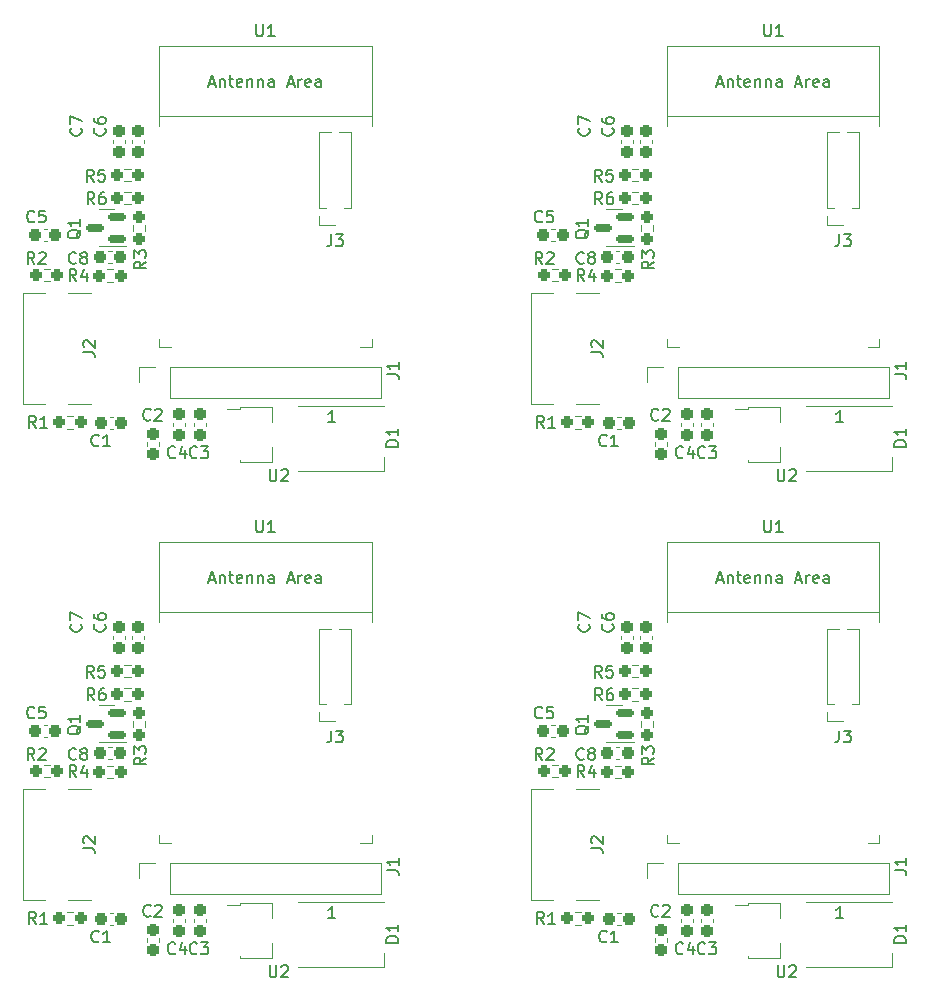
<source format=gto>
G04 #@! TF.GenerationSoftware,KiCad,Pcbnew,6.0.11-2627ca5db0~126~ubuntu22.04.1*
G04 #@! TF.CreationDate,2023-02-05T22:44:53+11:00*
G04 #@! TF.ProjectId,panel,70616e65-6c2e-46b6-9963-61645f706362,rev?*
G04 #@! TF.SameCoordinates,Original*
G04 #@! TF.FileFunction,Legend,Top*
G04 #@! TF.FilePolarity,Positive*
%FSLAX46Y46*%
G04 Gerber Fmt 4.6, Leading zero omitted, Abs format (unit mm)*
G04 Created by KiCad (PCBNEW 6.0.11-2627ca5db0~126~ubuntu22.04.1) date 2023-02-05 22:44:53*
%MOMM*%
%LPD*%
G01*
G04 APERTURE LIST*
G04 Aperture macros list*
%AMRoundRect*
0 Rectangle with rounded corners*
0 $1 Rounding radius*
0 $2 $3 $4 $5 $6 $7 $8 $9 X,Y pos of 4 corners*
0 Add a 4 corners polygon primitive as box body*
4,1,4,$2,$3,$4,$5,$6,$7,$8,$9,$2,$3,0*
0 Add four circle primitives for the rounded corners*
1,1,$1+$1,$2,$3*
1,1,$1+$1,$4,$5*
1,1,$1+$1,$6,$7*
1,1,$1+$1,$8,$9*
0 Add four rect primitives between the rounded corners*
20,1,$1+$1,$2,$3,$4,$5,0*
20,1,$1+$1,$4,$5,$6,$7,0*
20,1,$1+$1,$6,$7,$8,$9,0*
20,1,$1+$1,$8,$9,$2,$3,0*%
%AMFreePoly0*
4,1,9,5.362500,-0.866500,1.237500,-0.866500,1.237500,-0.450000,-1.237500,-0.450000,-1.237500,0.450000,1.237500,0.450000,1.237500,0.866500,5.362500,0.866500,5.362500,-0.866500,5.362500,-0.866500,$1*%
G04 Aperture macros list end*
%ADD10C,0.150000*%
%ADD11C,0.120000*%
%ADD12R,1.500000X0.900000*%
%ADD13R,0.900000X1.500000*%
%ADD14R,0.900000X0.900000*%
%ADD15C,1.000000*%
%ADD16RoundRect,0.150000X0.587500X0.150000X-0.587500X0.150000X-0.587500X-0.150000X0.587500X-0.150000X0*%
%ADD17RoundRect,0.237500X0.237500X-0.300000X0.237500X0.300000X-0.237500X0.300000X-0.237500X-0.300000X0*%
%ADD18RoundRect,0.237500X0.250000X0.237500X-0.250000X0.237500X-0.250000X-0.237500X0.250000X-0.237500X0*%
%ADD19R,1.700000X1.700000*%
%ADD20O,1.700000X1.700000*%
%ADD21RoundRect,0.237500X0.300000X0.237500X-0.300000X0.237500X-0.300000X-0.237500X0.300000X-0.237500X0*%
%ADD22C,0.650000*%
%ADD23R,1.450000X0.600000*%
%ADD24R,1.450000X0.300000*%
%ADD25O,2.100000X1.000000*%
%ADD26O,1.600000X1.000000*%
%ADD27RoundRect,0.237500X0.237500X-0.250000X0.237500X0.250000X-0.237500X0.250000X-0.237500X-0.250000X0*%
%ADD28RoundRect,0.237500X-0.250000X-0.237500X0.250000X-0.237500X0.250000X0.237500X-0.250000X0.237500X0*%
%ADD29C,3.000000*%
%ADD30RoundRect,0.237500X-0.300000X-0.237500X0.300000X-0.237500X0.300000X0.237500X-0.300000X0.237500X0*%
%ADD31R,2.300000X0.900000*%
%ADD32FreePoly0,0.000000*%
%ADD33R,1.000000X1.000000*%
%ADD34O,1.000000X1.000000*%
G04 APERTURE END LIST*
D10*
X130703095Y-65377380D02*
X130703095Y-66186904D01*
X130750714Y-66282142D01*
X130798333Y-66329761D01*
X130893571Y-66377380D01*
X131084047Y-66377380D01*
X131179285Y-66329761D01*
X131226904Y-66282142D01*
X131274523Y-66186904D01*
X131274523Y-65377380D01*
X132274523Y-66377380D02*
X131703095Y-66377380D01*
X131988809Y-66377380D02*
X131988809Y-65377380D01*
X131893571Y-65520238D01*
X131798333Y-65615476D01*
X131703095Y-65663095D01*
X126703095Y-70391666D02*
X127179285Y-70391666D01*
X126607857Y-70677380D02*
X126941190Y-69677380D01*
X127274523Y-70677380D01*
X127607857Y-70010714D02*
X127607857Y-70677380D01*
X127607857Y-70105952D02*
X127655476Y-70058333D01*
X127750714Y-70010714D01*
X127893571Y-70010714D01*
X127988809Y-70058333D01*
X128036428Y-70153571D01*
X128036428Y-70677380D01*
X128369761Y-70010714D02*
X128750714Y-70010714D01*
X128512619Y-69677380D02*
X128512619Y-70534523D01*
X128560238Y-70629761D01*
X128655476Y-70677380D01*
X128750714Y-70677380D01*
X129465000Y-70629761D02*
X129369761Y-70677380D01*
X129179285Y-70677380D01*
X129084047Y-70629761D01*
X129036428Y-70534523D01*
X129036428Y-70153571D01*
X129084047Y-70058333D01*
X129179285Y-70010714D01*
X129369761Y-70010714D01*
X129465000Y-70058333D01*
X129512619Y-70153571D01*
X129512619Y-70248809D01*
X129036428Y-70344047D01*
X129941190Y-70010714D02*
X129941190Y-70677380D01*
X129941190Y-70105952D02*
X129988809Y-70058333D01*
X130084047Y-70010714D01*
X130226904Y-70010714D01*
X130322142Y-70058333D01*
X130369761Y-70153571D01*
X130369761Y-70677380D01*
X130845952Y-70010714D02*
X130845952Y-70677380D01*
X130845952Y-70105952D02*
X130893571Y-70058333D01*
X130988809Y-70010714D01*
X131131666Y-70010714D01*
X131226904Y-70058333D01*
X131274523Y-70153571D01*
X131274523Y-70677380D01*
X132179285Y-70677380D02*
X132179285Y-70153571D01*
X132131666Y-70058333D01*
X132036428Y-70010714D01*
X131845952Y-70010714D01*
X131750714Y-70058333D01*
X132179285Y-70629761D02*
X132084047Y-70677380D01*
X131845952Y-70677380D01*
X131750714Y-70629761D01*
X131703095Y-70534523D01*
X131703095Y-70439285D01*
X131750714Y-70344047D01*
X131845952Y-70296428D01*
X132084047Y-70296428D01*
X132179285Y-70248809D01*
X133369761Y-70391666D02*
X133845952Y-70391666D01*
X133274523Y-70677380D02*
X133607857Y-69677380D01*
X133941190Y-70677380D01*
X134274523Y-70677380D02*
X134274523Y-70010714D01*
X134274523Y-70201190D02*
X134322142Y-70105952D01*
X134369761Y-70058333D01*
X134465000Y-70010714D01*
X134560238Y-70010714D01*
X135274523Y-70629761D02*
X135179285Y-70677380D01*
X134988809Y-70677380D01*
X134893571Y-70629761D01*
X134845952Y-70534523D01*
X134845952Y-70153571D01*
X134893571Y-70058333D01*
X134988809Y-70010714D01*
X135179285Y-70010714D01*
X135274523Y-70058333D01*
X135322142Y-70153571D01*
X135322142Y-70248809D01*
X134845952Y-70344047D01*
X136179285Y-70677380D02*
X136179285Y-70153571D01*
X136131666Y-70058333D01*
X136036428Y-70010714D01*
X135845952Y-70010714D01*
X135750714Y-70058333D01*
X136179285Y-70629761D02*
X136084047Y-70677380D01*
X135845952Y-70677380D01*
X135750714Y-70629761D01*
X135703095Y-70534523D01*
X135703095Y-70439285D01*
X135750714Y-70344047D01*
X135845952Y-70296428D01*
X136084047Y-70296428D01*
X136179285Y-70248809D01*
X115847619Y-82775238D02*
X115800000Y-82870476D01*
X115704761Y-82965714D01*
X115561904Y-83108571D01*
X115514285Y-83203809D01*
X115514285Y-83299047D01*
X115752380Y-83251428D02*
X115704761Y-83346666D01*
X115609523Y-83441904D01*
X115419047Y-83489523D01*
X115085714Y-83489523D01*
X114895238Y-83441904D01*
X114800000Y-83346666D01*
X114752380Y-83251428D01*
X114752380Y-83060952D01*
X114800000Y-82965714D01*
X114895238Y-82870476D01*
X115085714Y-82822857D01*
X115419047Y-82822857D01*
X115609523Y-82870476D01*
X115704761Y-82965714D01*
X115752380Y-83060952D01*
X115752380Y-83251428D01*
X115752380Y-81870476D02*
X115752380Y-82441904D01*
X115752380Y-82156190D02*
X114752380Y-82156190D01*
X114895238Y-82251428D01*
X114990476Y-82346666D01*
X115038095Y-82441904D01*
X164753333Y-56827142D02*
X164705714Y-56874761D01*
X164562857Y-56922380D01*
X164467619Y-56922380D01*
X164324761Y-56874761D01*
X164229523Y-56779523D01*
X164181904Y-56684285D01*
X164134285Y-56493809D01*
X164134285Y-56350952D01*
X164181904Y-56160476D01*
X164229523Y-56065238D01*
X164324761Y-55970000D01*
X164467619Y-55922380D01*
X164562857Y-55922380D01*
X164705714Y-55970000D01*
X164753333Y-56017619D01*
X165134285Y-56017619D02*
X165181904Y-55970000D01*
X165277142Y-55922380D01*
X165515238Y-55922380D01*
X165610476Y-55970000D01*
X165658095Y-56017619D01*
X165705714Y-56112857D01*
X165705714Y-56208095D01*
X165658095Y-56350952D01*
X165086666Y-56922380D01*
X165705714Y-56922380D01*
X115857142Y-74166666D02*
X115904761Y-74214285D01*
X115952380Y-74357142D01*
X115952380Y-74452380D01*
X115904761Y-74595238D01*
X115809523Y-74690476D01*
X115714285Y-74738095D01*
X115523809Y-74785714D01*
X115380952Y-74785714D01*
X115190476Y-74738095D01*
X115095238Y-74690476D01*
X115000000Y-74595238D01*
X114952380Y-74452380D01*
X114952380Y-74357142D01*
X115000000Y-74214285D01*
X115047619Y-74166666D01*
X114952380Y-73833333D02*
X114952380Y-73166666D01*
X115952380Y-73595238D01*
X121753333Y-98827142D02*
X121705714Y-98874761D01*
X121562857Y-98922380D01*
X121467619Y-98922380D01*
X121324761Y-98874761D01*
X121229523Y-98779523D01*
X121181904Y-98684285D01*
X121134285Y-98493809D01*
X121134285Y-98350952D01*
X121181904Y-98160476D01*
X121229523Y-98065238D01*
X121324761Y-97970000D01*
X121467619Y-97922380D01*
X121562857Y-97922380D01*
X121705714Y-97970000D01*
X121753333Y-98017619D01*
X122134285Y-98017619D02*
X122181904Y-97970000D01*
X122277142Y-97922380D01*
X122515238Y-97922380D01*
X122610476Y-97970000D01*
X122658095Y-98017619D01*
X122705714Y-98112857D01*
X122705714Y-98208095D01*
X122658095Y-98350952D01*
X122086666Y-98922380D01*
X122705714Y-98922380D01*
X159933333Y-78682380D02*
X159600000Y-78206190D01*
X159361904Y-78682380D02*
X159361904Y-77682380D01*
X159742857Y-77682380D01*
X159838095Y-77730000D01*
X159885714Y-77777619D01*
X159933333Y-77872857D01*
X159933333Y-78015714D01*
X159885714Y-78110952D01*
X159838095Y-78158571D01*
X159742857Y-78206190D01*
X159361904Y-78206190D01*
X160838095Y-77682380D02*
X160361904Y-77682380D01*
X160314285Y-78158571D01*
X160361904Y-78110952D01*
X160457142Y-78063333D01*
X160695238Y-78063333D01*
X160790476Y-78110952D01*
X160838095Y-78158571D01*
X160885714Y-78253809D01*
X160885714Y-78491904D01*
X160838095Y-78587142D01*
X160790476Y-78634761D01*
X160695238Y-78682380D01*
X160457142Y-78682380D01*
X160361904Y-78634761D01*
X160314285Y-78587142D01*
X141752380Y-52983333D02*
X142466666Y-52983333D01*
X142609523Y-53030952D01*
X142704761Y-53126190D01*
X142752380Y-53269047D01*
X142752380Y-53364285D01*
X142752380Y-51983333D02*
X142752380Y-52554761D01*
X142752380Y-52269047D02*
X141752380Y-52269047D01*
X141895238Y-52364285D01*
X141990476Y-52459523D01*
X142038095Y-52554761D01*
X168683333Y-60007142D02*
X168635714Y-60054761D01*
X168492857Y-60102380D01*
X168397619Y-60102380D01*
X168254761Y-60054761D01*
X168159523Y-59959523D01*
X168111904Y-59864285D01*
X168064285Y-59673809D01*
X168064285Y-59530952D01*
X168111904Y-59340476D01*
X168159523Y-59245238D01*
X168254761Y-59150000D01*
X168397619Y-59102380D01*
X168492857Y-59102380D01*
X168635714Y-59150000D01*
X168683333Y-59197619D01*
X169016666Y-59102380D02*
X169635714Y-59102380D01*
X169302380Y-59483333D01*
X169445238Y-59483333D01*
X169540476Y-59530952D01*
X169588095Y-59578571D01*
X169635714Y-59673809D01*
X169635714Y-59911904D01*
X169588095Y-60007142D01*
X169540476Y-60054761D01*
X169445238Y-60102380D01*
X169159523Y-60102380D01*
X169064285Y-60054761D01*
X169016666Y-60007142D01*
X154923333Y-43662380D02*
X154590000Y-43186190D01*
X154351904Y-43662380D02*
X154351904Y-42662380D01*
X154732857Y-42662380D01*
X154828095Y-42710000D01*
X154875714Y-42757619D01*
X154923333Y-42852857D01*
X154923333Y-42995714D01*
X154875714Y-43090952D01*
X154828095Y-43138571D01*
X154732857Y-43186190D01*
X154351904Y-43186190D01*
X155304285Y-42757619D02*
X155351904Y-42710000D01*
X155447142Y-42662380D01*
X155685238Y-42662380D01*
X155780476Y-42710000D01*
X155828095Y-42757619D01*
X155875714Y-42852857D01*
X155875714Y-42948095D01*
X155828095Y-43090952D01*
X155256666Y-43662380D01*
X155875714Y-43662380D01*
X141752380Y-94983333D02*
X142466666Y-94983333D01*
X142609523Y-95030952D01*
X142704761Y-95126190D01*
X142752380Y-95269047D01*
X142752380Y-95364285D01*
X142752380Y-93983333D02*
X142752380Y-94554761D01*
X142752380Y-94269047D02*
X141752380Y-94269047D01*
X141895238Y-94364285D01*
X141990476Y-94459523D01*
X142038095Y-94554761D01*
X158433333Y-85557142D02*
X158385714Y-85604761D01*
X158242857Y-85652380D01*
X158147619Y-85652380D01*
X158004761Y-85604761D01*
X157909523Y-85509523D01*
X157861904Y-85414285D01*
X157814285Y-85223809D01*
X157814285Y-85080952D01*
X157861904Y-84890476D01*
X157909523Y-84795238D01*
X158004761Y-84700000D01*
X158147619Y-84652380D01*
X158242857Y-84652380D01*
X158385714Y-84700000D01*
X158433333Y-84747619D01*
X159004761Y-85080952D02*
X158909523Y-85033333D01*
X158861904Y-84985714D01*
X158814285Y-84890476D01*
X158814285Y-84842857D01*
X158861904Y-84747619D01*
X158909523Y-84700000D01*
X159004761Y-84652380D01*
X159195238Y-84652380D01*
X159290476Y-84700000D01*
X159338095Y-84747619D01*
X159385714Y-84842857D01*
X159385714Y-84890476D01*
X159338095Y-84985714D01*
X159290476Y-85033333D01*
X159195238Y-85080952D01*
X159004761Y-85080952D01*
X158909523Y-85128571D01*
X158861904Y-85176190D01*
X158814285Y-85271428D01*
X158814285Y-85461904D01*
X158861904Y-85557142D01*
X158909523Y-85604761D01*
X159004761Y-85652380D01*
X159195238Y-85652380D01*
X159290476Y-85604761D01*
X159338095Y-85557142D01*
X159385714Y-85461904D01*
X159385714Y-85271428D01*
X159338095Y-85176190D01*
X159290476Y-85128571D01*
X159195238Y-85080952D01*
X158857142Y-74166666D02*
X158904761Y-74214285D01*
X158952380Y-74357142D01*
X158952380Y-74452380D01*
X158904761Y-74595238D01*
X158809523Y-74690476D01*
X158714285Y-74738095D01*
X158523809Y-74785714D01*
X158380952Y-74785714D01*
X158190476Y-74738095D01*
X158095238Y-74690476D01*
X158000000Y-74595238D01*
X157952380Y-74452380D01*
X157952380Y-74357142D01*
X158000000Y-74214285D01*
X158047619Y-74166666D01*
X157952380Y-73833333D02*
X157952380Y-73166666D01*
X158952380Y-73595238D01*
X116052380Y-51133333D02*
X116766666Y-51133333D01*
X116909523Y-51180952D01*
X117004761Y-51276190D01*
X117052380Y-51419047D01*
X117052380Y-51514285D01*
X116147619Y-50704761D02*
X116100000Y-50657142D01*
X116052380Y-50561904D01*
X116052380Y-50323809D01*
X116100000Y-50228571D01*
X116147619Y-50180952D01*
X116242857Y-50133333D01*
X116338095Y-50133333D01*
X116480952Y-50180952D01*
X117052380Y-50752380D01*
X117052380Y-50133333D01*
X142712380Y-101118095D02*
X141712380Y-101118095D01*
X141712380Y-100880000D01*
X141760000Y-100737142D01*
X141855238Y-100641904D01*
X141950476Y-100594285D01*
X142140952Y-100546666D01*
X142283809Y-100546666D01*
X142474285Y-100594285D01*
X142569523Y-100641904D01*
X142664761Y-100737142D01*
X142712380Y-100880000D01*
X142712380Y-101118095D01*
X142712380Y-99594285D02*
X142712380Y-100165714D01*
X142712380Y-99880000D02*
X141712380Y-99880000D01*
X141855238Y-99975238D01*
X141950476Y-100070476D01*
X141998095Y-100165714D01*
X137385714Y-99052380D02*
X136814285Y-99052380D01*
X137100000Y-99052380D02*
X137100000Y-98052380D01*
X137004761Y-98195238D01*
X136909523Y-98290476D01*
X136814285Y-98338095D01*
X164352380Y-85466666D02*
X163876190Y-85800000D01*
X164352380Y-86038095D02*
X163352380Y-86038095D01*
X163352380Y-85657142D01*
X163400000Y-85561904D01*
X163447619Y-85514285D01*
X163542857Y-85466666D01*
X163685714Y-85466666D01*
X163780952Y-85514285D01*
X163828571Y-85561904D01*
X163876190Y-85657142D01*
X163876190Y-86038095D01*
X163352380Y-85133333D02*
X163352380Y-84514285D01*
X163733333Y-84847619D01*
X163733333Y-84704761D01*
X163780952Y-84609523D01*
X163828571Y-84561904D01*
X163923809Y-84514285D01*
X164161904Y-84514285D01*
X164257142Y-84561904D01*
X164304761Y-84609523D01*
X164352380Y-84704761D01*
X164352380Y-84990476D01*
X164304761Y-85085714D01*
X164257142Y-85133333D01*
X125683333Y-60007142D02*
X125635714Y-60054761D01*
X125492857Y-60102380D01*
X125397619Y-60102380D01*
X125254761Y-60054761D01*
X125159523Y-59959523D01*
X125111904Y-59864285D01*
X125064285Y-59673809D01*
X125064285Y-59530952D01*
X125111904Y-59340476D01*
X125159523Y-59245238D01*
X125254761Y-59150000D01*
X125397619Y-59102380D01*
X125492857Y-59102380D01*
X125635714Y-59150000D01*
X125683333Y-59197619D01*
X126016666Y-59102380D02*
X126635714Y-59102380D01*
X126302380Y-59483333D01*
X126445238Y-59483333D01*
X126540476Y-59530952D01*
X126588095Y-59578571D01*
X126635714Y-59673809D01*
X126635714Y-59911904D01*
X126588095Y-60007142D01*
X126540476Y-60054761D01*
X126445238Y-60102380D01*
X126159523Y-60102380D01*
X126064285Y-60054761D01*
X126016666Y-60007142D01*
X116993333Y-80602380D02*
X116660000Y-80126190D01*
X116421904Y-80602380D02*
X116421904Y-79602380D01*
X116802857Y-79602380D01*
X116898095Y-79650000D01*
X116945714Y-79697619D01*
X116993333Y-79792857D01*
X116993333Y-79935714D01*
X116945714Y-80030952D01*
X116898095Y-80078571D01*
X116802857Y-80126190D01*
X116421904Y-80126190D01*
X117850476Y-79602380D02*
X117660000Y-79602380D01*
X117564761Y-79650000D01*
X117517142Y-79697619D01*
X117421904Y-79840476D01*
X117374285Y-80030952D01*
X117374285Y-80411904D01*
X117421904Y-80507142D01*
X117469523Y-80554761D01*
X117564761Y-80602380D01*
X117755238Y-80602380D01*
X117850476Y-80554761D01*
X117898095Y-80507142D01*
X117945714Y-80411904D01*
X117945714Y-80173809D01*
X117898095Y-80078571D01*
X117850476Y-80030952D01*
X117755238Y-79983333D01*
X117564761Y-79983333D01*
X117469523Y-80030952D01*
X117421904Y-80078571D01*
X117374285Y-80173809D01*
X185712380Y-101118095D02*
X184712380Y-101118095D01*
X184712380Y-100880000D01*
X184760000Y-100737142D01*
X184855238Y-100641904D01*
X184950476Y-100594285D01*
X185140952Y-100546666D01*
X185283809Y-100546666D01*
X185474285Y-100594285D01*
X185569523Y-100641904D01*
X185664761Y-100737142D01*
X185712380Y-100880000D01*
X185712380Y-101118095D01*
X185712380Y-99594285D02*
X185712380Y-100165714D01*
X185712380Y-99880000D02*
X184712380Y-99880000D01*
X184855238Y-99975238D01*
X184950476Y-100070476D01*
X184998095Y-100165714D01*
X180385714Y-99052380D02*
X179814285Y-99052380D01*
X180100000Y-99052380D02*
X180100000Y-98052380D01*
X180004761Y-98195238D01*
X179909523Y-98290476D01*
X179814285Y-98338095D01*
X166833333Y-102007142D02*
X166785714Y-102054761D01*
X166642857Y-102102380D01*
X166547619Y-102102380D01*
X166404761Y-102054761D01*
X166309523Y-101959523D01*
X166261904Y-101864285D01*
X166214285Y-101673809D01*
X166214285Y-101530952D01*
X166261904Y-101340476D01*
X166309523Y-101245238D01*
X166404761Y-101150000D01*
X166547619Y-101102380D01*
X166642857Y-101102380D01*
X166785714Y-101150000D01*
X166833333Y-101197619D01*
X167690476Y-101435714D02*
X167690476Y-102102380D01*
X167452380Y-101054761D02*
X167214285Y-101769047D01*
X167833333Y-101769047D01*
X154923333Y-85662380D02*
X154590000Y-85186190D01*
X154351904Y-85662380D02*
X154351904Y-84662380D01*
X154732857Y-84662380D01*
X154828095Y-84710000D01*
X154875714Y-84757619D01*
X154923333Y-84852857D01*
X154923333Y-84995714D01*
X154875714Y-85090952D01*
X154828095Y-85138571D01*
X154732857Y-85186190D01*
X154351904Y-85186190D01*
X155304285Y-84757619D02*
X155351904Y-84710000D01*
X155447142Y-84662380D01*
X155685238Y-84662380D01*
X155780476Y-84710000D01*
X155828095Y-84757619D01*
X155875714Y-84852857D01*
X155875714Y-84948095D01*
X155828095Y-85090952D01*
X155256666Y-85662380D01*
X155875714Y-85662380D01*
X155053333Y-57542380D02*
X154720000Y-57066190D01*
X154481904Y-57542380D02*
X154481904Y-56542380D01*
X154862857Y-56542380D01*
X154958095Y-56590000D01*
X155005714Y-56637619D01*
X155053333Y-56732857D01*
X155053333Y-56875714D01*
X155005714Y-56970952D01*
X154958095Y-57018571D01*
X154862857Y-57066190D01*
X154481904Y-57066190D01*
X156005714Y-57542380D02*
X155434285Y-57542380D01*
X155720000Y-57542380D02*
X155720000Y-56542380D01*
X155624761Y-56685238D01*
X155529523Y-56780476D01*
X155434285Y-56828095D01*
X116933333Y-36682380D02*
X116600000Y-36206190D01*
X116361904Y-36682380D02*
X116361904Y-35682380D01*
X116742857Y-35682380D01*
X116838095Y-35730000D01*
X116885714Y-35777619D01*
X116933333Y-35872857D01*
X116933333Y-36015714D01*
X116885714Y-36110952D01*
X116838095Y-36158571D01*
X116742857Y-36206190D01*
X116361904Y-36206190D01*
X117838095Y-35682380D02*
X117361904Y-35682380D01*
X117314285Y-36158571D01*
X117361904Y-36110952D01*
X117457142Y-36063333D01*
X117695238Y-36063333D01*
X117790476Y-36110952D01*
X117838095Y-36158571D01*
X117885714Y-36253809D01*
X117885714Y-36491904D01*
X117838095Y-36587142D01*
X117790476Y-36634761D01*
X117695238Y-36682380D01*
X117457142Y-36682380D01*
X117361904Y-36634761D01*
X117314285Y-36587142D01*
X117363333Y-59007142D02*
X117315714Y-59054761D01*
X117172857Y-59102380D01*
X117077619Y-59102380D01*
X116934761Y-59054761D01*
X116839523Y-58959523D01*
X116791904Y-58864285D01*
X116744285Y-58673809D01*
X116744285Y-58530952D01*
X116791904Y-58340476D01*
X116839523Y-58245238D01*
X116934761Y-58150000D01*
X117077619Y-58102380D01*
X117172857Y-58102380D01*
X117315714Y-58150000D01*
X117363333Y-58197619D01*
X118315714Y-59102380D02*
X117744285Y-59102380D01*
X118030000Y-59102380D02*
X118030000Y-58102380D01*
X117934761Y-58245238D01*
X117839523Y-58340476D01*
X117744285Y-58388095D01*
X159933333Y-36682380D02*
X159600000Y-36206190D01*
X159361904Y-36682380D02*
X159361904Y-35682380D01*
X159742857Y-35682380D01*
X159838095Y-35730000D01*
X159885714Y-35777619D01*
X159933333Y-35872857D01*
X159933333Y-36015714D01*
X159885714Y-36110952D01*
X159838095Y-36158571D01*
X159742857Y-36206190D01*
X159361904Y-36206190D01*
X160838095Y-35682380D02*
X160361904Y-35682380D01*
X160314285Y-36158571D01*
X160361904Y-36110952D01*
X160457142Y-36063333D01*
X160695238Y-36063333D01*
X160790476Y-36110952D01*
X160838095Y-36158571D01*
X160885714Y-36253809D01*
X160885714Y-36491904D01*
X160838095Y-36587142D01*
X160790476Y-36634761D01*
X160695238Y-36682380D01*
X160457142Y-36682380D01*
X160361904Y-36634761D01*
X160314285Y-36587142D01*
X115473333Y-87102380D02*
X115140000Y-86626190D01*
X114901904Y-87102380D02*
X114901904Y-86102380D01*
X115282857Y-86102380D01*
X115378095Y-86150000D01*
X115425714Y-86197619D01*
X115473333Y-86292857D01*
X115473333Y-86435714D01*
X115425714Y-86530952D01*
X115378095Y-86578571D01*
X115282857Y-86626190D01*
X114901904Y-86626190D01*
X116330476Y-86435714D02*
X116330476Y-87102380D01*
X116092380Y-86054761D02*
X115854285Y-86769047D01*
X116473333Y-86769047D01*
X125683333Y-102007142D02*
X125635714Y-102054761D01*
X125492857Y-102102380D01*
X125397619Y-102102380D01*
X125254761Y-102054761D01*
X125159523Y-101959523D01*
X125111904Y-101864285D01*
X125064285Y-101673809D01*
X125064285Y-101530952D01*
X125111904Y-101340476D01*
X125159523Y-101245238D01*
X125254761Y-101150000D01*
X125397619Y-101102380D01*
X125492857Y-101102380D01*
X125635714Y-101150000D01*
X125683333Y-101197619D01*
X126016666Y-101102380D02*
X126635714Y-101102380D01*
X126302380Y-101483333D01*
X126445238Y-101483333D01*
X126540476Y-101530952D01*
X126588095Y-101578571D01*
X126635714Y-101673809D01*
X126635714Y-101911904D01*
X126588095Y-102007142D01*
X126540476Y-102054761D01*
X126445238Y-102102380D01*
X126159523Y-102102380D01*
X126064285Y-102054761D01*
X126016666Y-102007142D01*
X111923333Y-43662380D02*
X111590000Y-43186190D01*
X111351904Y-43662380D02*
X111351904Y-42662380D01*
X111732857Y-42662380D01*
X111828095Y-42710000D01*
X111875714Y-42757619D01*
X111923333Y-42852857D01*
X111923333Y-42995714D01*
X111875714Y-43090952D01*
X111828095Y-43138571D01*
X111732857Y-43186190D01*
X111351904Y-43186190D01*
X112304285Y-42757619D02*
X112351904Y-42710000D01*
X112447142Y-42662380D01*
X112685238Y-42662380D01*
X112780476Y-42710000D01*
X112828095Y-42757619D01*
X112875714Y-42852857D01*
X112875714Y-42948095D01*
X112828095Y-43090952D01*
X112256666Y-43662380D01*
X112875714Y-43662380D01*
X142712380Y-59118095D02*
X141712380Y-59118095D01*
X141712380Y-58880000D01*
X141760000Y-58737142D01*
X141855238Y-58641904D01*
X141950476Y-58594285D01*
X142140952Y-58546666D01*
X142283809Y-58546666D01*
X142474285Y-58594285D01*
X142569523Y-58641904D01*
X142664761Y-58737142D01*
X142712380Y-58880000D01*
X142712380Y-59118095D01*
X142712380Y-57594285D02*
X142712380Y-58165714D01*
X142712380Y-57880000D02*
X141712380Y-57880000D01*
X141855238Y-57975238D01*
X141950476Y-58070476D01*
X141998095Y-58165714D01*
X137385714Y-57052380D02*
X136814285Y-57052380D01*
X137100000Y-57052380D02*
X137100000Y-56052380D01*
X137004761Y-56195238D01*
X136909523Y-56290476D01*
X136814285Y-56338095D01*
X112053333Y-57542380D02*
X111720000Y-57066190D01*
X111481904Y-57542380D02*
X111481904Y-56542380D01*
X111862857Y-56542380D01*
X111958095Y-56590000D01*
X112005714Y-56637619D01*
X112053333Y-56732857D01*
X112053333Y-56875714D01*
X112005714Y-56970952D01*
X111958095Y-57018571D01*
X111862857Y-57066190D01*
X111481904Y-57066190D01*
X113005714Y-57542380D02*
X112434285Y-57542380D01*
X112720000Y-57542380D02*
X112720000Y-56542380D01*
X112624761Y-56685238D01*
X112529523Y-56780476D01*
X112434285Y-56828095D01*
X111913333Y-40047142D02*
X111865714Y-40094761D01*
X111722857Y-40142380D01*
X111627619Y-40142380D01*
X111484761Y-40094761D01*
X111389523Y-39999523D01*
X111341904Y-39904285D01*
X111294285Y-39713809D01*
X111294285Y-39570952D01*
X111341904Y-39380476D01*
X111389523Y-39285238D01*
X111484761Y-39190000D01*
X111627619Y-39142380D01*
X111722857Y-39142380D01*
X111865714Y-39190000D01*
X111913333Y-39237619D01*
X112818095Y-39142380D02*
X112341904Y-39142380D01*
X112294285Y-39618571D01*
X112341904Y-39570952D01*
X112437142Y-39523333D01*
X112675238Y-39523333D01*
X112770476Y-39570952D01*
X112818095Y-39618571D01*
X112865714Y-39713809D01*
X112865714Y-39951904D01*
X112818095Y-40047142D01*
X112770476Y-40094761D01*
X112675238Y-40142380D01*
X112437142Y-40142380D01*
X112341904Y-40094761D01*
X112294285Y-40047142D01*
X154913333Y-82047142D02*
X154865714Y-82094761D01*
X154722857Y-82142380D01*
X154627619Y-82142380D01*
X154484761Y-82094761D01*
X154389523Y-81999523D01*
X154341904Y-81904285D01*
X154294285Y-81713809D01*
X154294285Y-81570952D01*
X154341904Y-81380476D01*
X154389523Y-81285238D01*
X154484761Y-81190000D01*
X154627619Y-81142380D01*
X154722857Y-81142380D01*
X154865714Y-81190000D01*
X154913333Y-81237619D01*
X155818095Y-81142380D02*
X155341904Y-81142380D01*
X155294285Y-81618571D01*
X155341904Y-81570952D01*
X155437142Y-81523333D01*
X155675238Y-81523333D01*
X155770476Y-81570952D01*
X155818095Y-81618571D01*
X155865714Y-81713809D01*
X155865714Y-81951904D01*
X155818095Y-82047142D01*
X155770476Y-82094761D01*
X155675238Y-82142380D01*
X155437142Y-82142380D01*
X155341904Y-82094761D01*
X155294285Y-82047142D01*
X184752380Y-52983333D02*
X185466666Y-52983333D01*
X185609523Y-53030952D01*
X185704761Y-53126190D01*
X185752380Y-53269047D01*
X185752380Y-53364285D01*
X185752380Y-51983333D02*
X185752380Y-52554761D01*
X185752380Y-52269047D02*
X184752380Y-52269047D01*
X184895238Y-52364285D01*
X184990476Y-52459523D01*
X185038095Y-52554761D01*
X174838095Y-103052380D02*
X174838095Y-103861904D01*
X174885714Y-103957142D01*
X174933333Y-104004761D01*
X175028571Y-104052380D01*
X175219047Y-104052380D01*
X175314285Y-104004761D01*
X175361904Y-103957142D01*
X175409523Y-103861904D01*
X175409523Y-103052380D01*
X175838095Y-103147619D02*
X175885714Y-103100000D01*
X175980952Y-103052380D01*
X176219047Y-103052380D01*
X176314285Y-103100000D01*
X176361904Y-103147619D01*
X176409523Y-103242857D01*
X176409523Y-103338095D01*
X176361904Y-103480952D01*
X175790476Y-104052380D01*
X176409523Y-104052380D01*
X112053333Y-99542380D02*
X111720000Y-99066190D01*
X111481904Y-99542380D02*
X111481904Y-98542380D01*
X111862857Y-98542380D01*
X111958095Y-98590000D01*
X112005714Y-98637619D01*
X112053333Y-98732857D01*
X112053333Y-98875714D01*
X112005714Y-98970952D01*
X111958095Y-99018571D01*
X111862857Y-99066190D01*
X111481904Y-99066190D01*
X113005714Y-99542380D02*
X112434285Y-99542380D01*
X112720000Y-99542380D02*
X112720000Y-98542380D01*
X112624761Y-98685238D01*
X112529523Y-98780476D01*
X112434285Y-98828095D01*
X160363333Y-101007142D02*
X160315714Y-101054761D01*
X160172857Y-101102380D01*
X160077619Y-101102380D01*
X159934761Y-101054761D01*
X159839523Y-100959523D01*
X159791904Y-100864285D01*
X159744285Y-100673809D01*
X159744285Y-100530952D01*
X159791904Y-100340476D01*
X159839523Y-100245238D01*
X159934761Y-100150000D01*
X160077619Y-100102380D01*
X160172857Y-100102380D01*
X160315714Y-100150000D01*
X160363333Y-100197619D01*
X161315714Y-101102380D02*
X160744285Y-101102380D01*
X161030000Y-101102380D02*
X161030000Y-100102380D01*
X160934761Y-100245238D01*
X160839523Y-100340476D01*
X160744285Y-100388095D01*
X123833333Y-60007142D02*
X123785714Y-60054761D01*
X123642857Y-60102380D01*
X123547619Y-60102380D01*
X123404761Y-60054761D01*
X123309523Y-59959523D01*
X123261904Y-59864285D01*
X123214285Y-59673809D01*
X123214285Y-59530952D01*
X123261904Y-59340476D01*
X123309523Y-59245238D01*
X123404761Y-59150000D01*
X123547619Y-59102380D01*
X123642857Y-59102380D01*
X123785714Y-59150000D01*
X123833333Y-59197619D01*
X124690476Y-59435714D02*
X124690476Y-60102380D01*
X124452380Y-59054761D02*
X124214285Y-59769047D01*
X124833333Y-59769047D01*
X160857142Y-74166666D02*
X160904761Y-74214285D01*
X160952380Y-74357142D01*
X160952380Y-74452380D01*
X160904761Y-74595238D01*
X160809523Y-74690476D01*
X160714285Y-74738095D01*
X160523809Y-74785714D01*
X160380952Y-74785714D01*
X160190476Y-74738095D01*
X160095238Y-74690476D01*
X160000000Y-74595238D01*
X159952380Y-74452380D01*
X159952380Y-74357142D01*
X160000000Y-74214285D01*
X160047619Y-74166666D01*
X159952380Y-73309523D02*
X159952380Y-73500000D01*
X160000000Y-73595238D01*
X160047619Y-73642857D01*
X160190476Y-73738095D01*
X160380952Y-73785714D01*
X160761904Y-73785714D01*
X160857142Y-73738095D01*
X160904761Y-73690476D01*
X160952380Y-73595238D01*
X160952380Y-73404761D01*
X160904761Y-73309523D01*
X160857142Y-73261904D01*
X160761904Y-73214285D01*
X160523809Y-73214285D01*
X160428571Y-73261904D01*
X160380952Y-73309523D01*
X160333333Y-73404761D01*
X160333333Y-73595238D01*
X160380952Y-73690476D01*
X160428571Y-73738095D01*
X160523809Y-73785714D01*
X115847619Y-40775238D02*
X115800000Y-40870476D01*
X115704761Y-40965714D01*
X115561904Y-41108571D01*
X115514285Y-41203809D01*
X115514285Y-41299047D01*
X115752380Y-41251428D02*
X115704761Y-41346666D01*
X115609523Y-41441904D01*
X115419047Y-41489523D01*
X115085714Y-41489523D01*
X114895238Y-41441904D01*
X114800000Y-41346666D01*
X114752380Y-41251428D01*
X114752380Y-41060952D01*
X114800000Y-40965714D01*
X114895238Y-40870476D01*
X115085714Y-40822857D01*
X115419047Y-40822857D01*
X115609523Y-40870476D01*
X115704761Y-40965714D01*
X115752380Y-41060952D01*
X115752380Y-41251428D01*
X115752380Y-39870476D02*
X115752380Y-40441904D01*
X115752380Y-40156190D02*
X114752380Y-40156190D01*
X114895238Y-40251428D01*
X114990476Y-40346666D01*
X115038095Y-40441904D01*
X116993333Y-38602380D02*
X116660000Y-38126190D01*
X116421904Y-38602380D02*
X116421904Y-37602380D01*
X116802857Y-37602380D01*
X116898095Y-37650000D01*
X116945714Y-37697619D01*
X116993333Y-37792857D01*
X116993333Y-37935714D01*
X116945714Y-38030952D01*
X116898095Y-38078571D01*
X116802857Y-38126190D01*
X116421904Y-38126190D01*
X117850476Y-37602380D02*
X117660000Y-37602380D01*
X117564761Y-37650000D01*
X117517142Y-37697619D01*
X117421904Y-37840476D01*
X117374285Y-38030952D01*
X117374285Y-38411904D01*
X117421904Y-38507142D01*
X117469523Y-38554761D01*
X117564761Y-38602380D01*
X117755238Y-38602380D01*
X117850476Y-38554761D01*
X117898095Y-38507142D01*
X117945714Y-38411904D01*
X117945714Y-38173809D01*
X117898095Y-38078571D01*
X117850476Y-38030952D01*
X117755238Y-37983333D01*
X117564761Y-37983333D01*
X117469523Y-38030952D01*
X117421904Y-38078571D01*
X117374285Y-38173809D01*
X159993333Y-80602380D02*
X159660000Y-80126190D01*
X159421904Y-80602380D02*
X159421904Y-79602380D01*
X159802857Y-79602380D01*
X159898095Y-79650000D01*
X159945714Y-79697619D01*
X159993333Y-79792857D01*
X159993333Y-79935714D01*
X159945714Y-80030952D01*
X159898095Y-80078571D01*
X159802857Y-80126190D01*
X159421904Y-80126190D01*
X160850476Y-79602380D02*
X160660000Y-79602380D01*
X160564761Y-79650000D01*
X160517142Y-79697619D01*
X160421904Y-79840476D01*
X160374285Y-80030952D01*
X160374285Y-80411904D01*
X160421904Y-80507142D01*
X160469523Y-80554761D01*
X160564761Y-80602380D01*
X160755238Y-80602380D01*
X160850476Y-80554761D01*
X160898095Y-80507142D01*
X160945714Y-80411904D01*
X160945714Y-80173809D01*
X160898095Y-80078571D01*
X160850476Y-80030952D01*
X160755238Y-79983333D01*
X160564761Y-79983333D01*
X160469523Y-80030952D01*
X160421904Y-80078571D01*
X160374285Y-80173809D01*
X168683333Y-102007142D02*
X168635714Y-102054761D01*
X168492857Y-102102380D01*
X168397619Y-102102380D01*
X168254761Y-102054761D01*
X168159523Y-101959523D01*
X168111904Y-101864285D01*
X168064285Y-101673809D01*
X168064285Y-101530952D01*
X168111904Y-101340476D01*
X168159523Y-101245238D01*
X168254761Y-101150000D01*
X168397619Y-101102380D01*
X168492857Y-101102380D01*
X168635714Y-101150000D01*
X168683333Y-101197619D01*
X169016666Y-101102380D02*
X169635714Y-101102380D01*
X169302380Y-101483333D01*
X169445238Y-101483333D01*
X169540476Y-101530952D01*
X169588095Y-101578571D01*
X169635714Y-101673809D01*
X169635714Y-101911904D01*
X169588095Y-102007142D01*
X169540476Y-102054761D01*
X169445238Y-102102380D01*
X169159523Y-102102380D01*
X169064285Y-102054761D01*
X169016666Y-102007142D01*
X131838095Y-103052380D02*
X131838095Y-103861904D01*
X131885714Y-103957142D01*
X131933333Y-104004761D01*
X132028571Y-104052380D01*
X132219047Y-104052380D01*
X132314285Y-104004761D01*
X132361904Y-103957142D01*
X132409523Y-103861904D01*
X132409523Y-103052380D01*
X132838095Y-103147619D02*
X132885714Y-103100000D01*
X132980952Y-103052380D01*
X133219047Y-103052380D01*
X133314285Y-103100000D01*
X133361904Y-103147619D01*
X133409523Y-103242857D01*
X133409523Y-103338095D01*
X133361904Y-103480952D01*
X132790476Y-104052380D01*
X133409523Y-104052380D01*
X158473333Y-45102380D02*
X158140000Y-44626190D01*
X157901904Y-45102380D02*
X157901904Y-44102380D01*
X158282857Y-44102380D01*
X158378095Y-44150000D01*
X158425714Y-44197619D01*
X158473333Y-44292857D01*
X158473333Y-44435714D01*
X158425714Y-44530952D01*
X158378095Y-44578571D01*
X158282857Y-44626190D01*
X157901904Y-44626190D01*
X159330476Y-44435714D02*
X159330476Y-45102380D01*
X159092380Y-44054761D02*
X158854285Y-44769047D01*
X159473333Y-44769047D01*
X164753333Y-98827142D02*
X164705714Y-98874761D01*
X164562857Y-98922380D01*
X164467619Y-98922380D01*
X164324761Y-98874761D01*
X164229523Y-98779523D01*
X164181904Y-98684285D01*
X164134285Y-98493809D01*
X164134285Y-98350952D01*
X164181904Y-98160476D01*
X164229523Y-98065238D01*
X164324761Y-97970000D01*
X164467619Y-97922380D01*
X164562857Y-97922380D01*
X164705714Y-97970000D01*
X164753333Y-98017619D01*
X165134285Y-98017619D02*
X165181904Y-97970000D01*
X165277142Y-97922380D01*
X165515238Y-97922380D01*
X165610476Y-97970000D01*
X165658095Y-98017619D01*
X165705714Y-98112857D01*
X165705714Y-98208095D01*
X165658095Y-98350952D01*
X165086666Y-98922380D01*
X165705714Y-98922380D01*
X111923333Y-85662380D02*
X111590000Y-85186190D01*
X111351904Y-85662380D02*
X111351904Y-84662380D01*
X111732857Y-84662380D01*
X111828095Y-84710000D01*
X111875714Y-84757619D01*
X111923333Y-84852857D01*
X111923333Y-84995714D01*
X111875714Y-85090952D01*
X111828095Y-85138571D01*
X111732857Y-85186190D01*
X111351904Y-85186190D01*
X112304285Y-84757619D02*
X112351904Y-84710000D01*
X112447142Y-84662380D01*
X112685238Y-84662380D01*
X112780476Y-84710000D01*
X112828095Y-84757619D01*
X112875714Y-84852857D01*
X112875714Y-84948095D01*
X112828095Y-85090952D01*
X112256666Y-85662380D01*
X112875714Y-85662380D01*
X158857142Y-32166666D02*
X158904761Y-32214285D01*
X158952380Y-32357142D01*
X158952380Y-32452380D01*
X158904761Y-32595238D01*
X158809523Y-32690476D01*
X158714285Y-32738095D01*
X158523809Y-32785714D01*
X158380952Y-32785714D01*
X158190476Y-32738095D01*
X158095238Y-32690476D01*
X158000000Y-32595238D01*
X157952380Y-32452380D01*
X157952380Y-32357142D01*
X158000000Y-32214285D01*
X158047619Y-32166666D01*
X157952380Y-31833333D02*
X157952380Y-31166666D01*
X158952380Y-31595238D01*
X123833333Y-102007142D02*
X123785714Y-102054761D01*
X123642857Y-102102380D01*
X123547619Y-102102380D01*
X123404761Y-102054761D01*
X123309523Y-101959523D01*
X123261904Y-101864285D01*
X123214285Y-101673809D01*
X123214285Y-101530952D01*
X123261904Y-101340476D01*
X123309523Y-101245238D01*
X123404761Y-101150000D01*
X123547619Y-101102380D01*
X123642857Y-101102380D01*
X123785714Y-101150000D01*
X123833333Y-101197619D01*
X124690476Y-101435714D02*
X124690476Y-102102380D01*
X124452380Y-101054761D02*
X124214285Y-101769047D01*
X124833333Y-101769047D01*
X116933333Y-78682380D02*
X116600000Y-78206190D01*
X116361904Y-78682380D02*
X116361904Y-77682380D01*
X116742857Y-77682380D01*
X116838095Y-77730000D01*
X116885714Y-77777619D01*
X116933333Y-77872857D01*
X116933333Y-78015714D01*
X116885714Y-78110952D01*
X116838095Y-78158571D01*
X116742857Y-78206190D01*
X116361904Y-78206190D01*
X117838095Y-77682380D02*
X117361904Y-77682380D01*
X117314285Y-78158571D01*
X117361904Y-78110952D01*
X117457142Y-78063333D01*
X117695238Y-78063333D01*
X117790476Y-78110952D01*
X117838095Y-78158571D01*
X117885714Y-78253809D01*
X117885714Y-78491904D01*
X117838095Y-78587142D01*
X117790476Y-78634761D01*
X117695238Y-78682380D01*
X117457142Y-78682380D01*
X117361904Y-78634761D01*
X117314285Y-78587142D01*
X160857142Y-32166666D02*
X160904761Y-32214285D01*
X160952380Y-32357142D01*
X160952380Y-32452380D01*
X160904761Y-32595238D01*
X160809523Y-32690476D01*
X160714285Y-32738095D01*
X160523809Y-32785714D01*
X160380952Y-32785714D01*
X160190476Y-32738095D01*
X160095238Y-32690476D01*
X160000000Y-32595238D01*
X159952380Y-32452380D01*
X159952380Y-32357142D01*
X160000000Y-32214285D01*
X160047619Y-32166666D01*
X159952380Y-31309523D02*
X159952380Y-31500000D01*
X160000000Y-31595238D01*
X160047619Y-31642857D01*
X160190476Y-31738095D01*
X160380952Y-31785714D01*
X160761904Y-31785714D01*
X160857142Y-31738095D01*
X160904761Y-31690476D01*
X160952380Y-31595238D01*
X160952380Y-31404761D01*
X160904761Y-31309523D01*
X160857142Y-31261904D01*
X160761904Y-31214285D01*
X160523809Y-31214285D01*
X160428571Y-31261904D01*
X160380952Y-31309523D01*
X160333333Y-31404761D01*
X160333333Y-31595238D01*
X160380952Y-31690476D01*
X160428571Y-31738095D01*
X160523809Y-31785714D01*
X115473333Y-45102380D02*
X115140000Y-44626190D01*
X114901904Y-45102380D02*
X114901904Y-44102380D01*
X115282857Y-44102380D01*
X115378095Y-44150000D01*
X115425714Y-44197619D01*
X115473333Y-44292857D01*
X115473333Y-44435714D01*
X115425714Y-44530952D01*
X115378095Y-44578571D01*
X115282857Y-44626190D01*
X114901904Y-44626190D01*
X116330476Y-44435714D02*
X116330476Y-45102380D01*
X116092380Y-44054761D02*
X115854285Y-44769047D01*
X116473333Y-44769047D01*
X173703095Y-23377380D02*
X173703095Y-24186904D01*
X173750714Y-24282142D01*
X173798333Y-24329761D01*
X173893571Y-24377380D01*
X174084047Y-24377380D01*
X174179285Y-24329761D01*
X174226904Y-24282142D01*
X174274523Y-24186904D01*
X174274523Y-23377380D01*
X175274523Y-24377380D02*
X174703095Y-24377380D01*
X174988809Y-24377380D02*
X174988809Y-23377380D01*
X174893571Y-23520238D01*
X174798333Y-23615476D01*
X174703095Y-23663095D01*
X169703095Y-28391666D02*
X170179285Y-28391666D01*
X169607857Y-28677380D02*
X169941190Y-27677380D01*
X170274523Y-28677380D01*
X170607857Y-28010714D02*
X170607857Y-28677380D01*
X170607857Y-28105952D02*
X170655476Y-28058333D01*
X170750714Y-28010714D01*
X170893571Y-28010714D01*
X170988809Y-28058333D01*
X171036428Y-28153571D01*
X171036428Y-28677380D01*
X171369761Y-28010714D02*
X171750714Y-28010714D01*
X171512619Y-27677380D02*
X171512619Y-28534523D01*
X171560238Y-28629761D01*
X171655476Y-28677380D01*
X171750714Y-28677380D01*
X172465000Y-28629761D02*
X172369761Y-28677380D01*
X172179285Y-28677380D01*
X172084047Y-28629761D01*
X172036428Y-28534523D01*
X172036428Y-28153571D01*
X172084047Y-28058333D01*
X172179285Y-28010714D01*
X172369761Y-28010714D01*
X172465000Y-28058333D01*
X172512619Y-28153571D01*
X172512619Y-28248809D01*
X172036428Y-28344047D01*
X172941190Y-28010714D02*
X172941190Y-28677380D01*
X172941190Y-28105952D02*
X172988809Y-28058333D01*
X173084047Y-28010714D01*
X173226904Y-28010714D01*
X173322142Y-28058333D01*
X173369761Y-28153571D01*
X173369761Y-28677380D01*
X173845952Y-28010714D02*
X173845952Y-28677380D01*
X173845952Y-28105952D02*
X173893571Y-28058333D01*
X173988809Y-28010714D01*
X174131666Y-28010714D01*
X174226904Y-28058333D01*
X174274523Y-28153571D01*
X174274523Y-28677380D01*
X175179285Y-28677380D02*
X175179285Y-28153571D01*
X175131666Y-28058333D01*
X175036428Y-28010714D01*
X174845952Y-28010714D01*
X174750714Y-28058333D01*
X175179285Y-28629761D02*
X175084047Y-28677380D01*
X174845952Y-28677380D01*
X174750714Y-28629761D01*
X174703095Y-28534523D01*
X174703095Y-28439285D01*
X174750714Y-28344047D01*
X174845952Y-28296428D01*
X175084047Y-28296428D01*
X175179285Y-28248809D01*
X176369761Y-28391666D02*
X176845952Y-28391666D01*
X176274523Y-28677380D02*
X176607857Y-27677380D01*
X176941190Y-28677380D01*
X177274523Y-28677380D02*
X177274523Y-28010714D01*
X177274523Y-28201190D02*
X177322142Y-28105952D01*
X177369761Y-28058333D01*
X177465000Y-28010714D01*
X177560238Y-28010714D01*
X178274523Y-28629761D02*
X178179285Y-28677380D01*
X177988809Y-28677380D01*
X177893571Y-28629761D01*
X177845952Y-28534523D01*
X177845952Y-28153571D01*
X177893571Y-28058333D01*
X177988809Y-28010714D01*
X178179285Y-28010714D01*
X178274523Y-28058333D01*
X178322142Y-28153571D01*
X178322142Y-28248809D01*
X177845952Y-28344047D01*
X179179285Y-28677380D02*
X179179285Y-28153571D01*
X179131666Y-28058333D01*
X179036428Y-28010714D01*
X178845952Y-28010714D01*
X178750714Y-28058333D01*
X179179285Y-28629761D02*
X179084047Y-28677380D01*
X178845952Y-28677380D01*
X178750714Y-28629761D01*
X178703095Y-28534523D01*
X178703095Y-28439285D01*
X178750714Y-28344047D01*
X178845952Y-28296428D01*
X179084047Y-28296428D01*
X179179285Y-28248809D01*
X115433333Y-43557142D02*
X115385714Y-43604761D01*
X115242857Y-43652380D01*
X115147619Y-43652380D01*
X115004761Y-43604761D01*
X114909523Y-43509523D01*
X114861904Y-43414285D01*
X114814285Y-43223809D01*
X114814285Y-43080952D01*
X114861904Y-42890476D01*
X114909523Y-42795238D01*
X115004761Y-42700000D01*
X115147619Y-42652380D01*
X115242857Y-42652380D01*
X115385714Y-42700000D01*
X115433333Y-42747619D01*
X116004761Y-43080952D02*
X115909523Y-43033333D01*
X115861904Y-42985714D01*
X115814285Y-42890476D01*
X115814285Y-42842857D01*
X115861904Y-42747619D01*
X115909523Y-42700000D01*
X116004761Y-42652380D01*
X116195238Y-42652380D01*
X116290476Y-42700000D01*
X116338095Y-42747619D01*
X116385714Y-42842857D01*
X116385714Y-42890476D01*
X116338095Y-42985714D01*
X116290476Y-43033333D01*
X116195238Y-43080952D01*
X116004761Y-43080952D01*
X115909523Y-43128571D01*
X115861904Y-43176190D01*
X115814285Y-43271428D01*
X115814285Y-43461904D01*
X115861904Y-43557142D01*
X115909523Y-43604761D01*
X116004761Y-43652380D01*
X116195238Y-43652380D01*
X116290476Y-43604761D01*
X116338095Y-43557142D01*
X116385714Y-43461904D01*
X116385714Y-43271428D01*
X116338095Y-43176190D01*
X116290476Y-43128571D01*
X116195238Y-43080952D01*
X158433333Y-43557142D02*
X158385714Y-43604761D01*
X158242857Y-43652380D01*
X158147619Y-43652380D01*
X158004761Y-43604761D01*
X157909523Y-43509523D01*
X157861904Y-43414285D01*
X157814285Y-43223809D01*
X157814285Y-43080952D01*
X157861904Y-42890476D01*
X157909523Y-42795238D01*
X158004761Y-42700000D01*
X158147619Y-42652380D01*
X158242857Y-42652380D01*
X158385714Y-42700000D01*
X158433333Y-42747619D01*
X159004761Y-43080952D02*
X158909523Y-43033333D01*
X158861904Y-42985714D01*
X158814285Y-42890476D01*
X158814285Y-42842857D01*
X158861904Y-42747619D01*
X158909523Y-42700000D01*
X159004761Y-42652380D01*
X159195238Y-42652380D01*
X159290476Y-42700000D01*
X159338095Y-42747619D01*
X159385714Y-42842857D01*
X159385714Y-42890476D01*
X159338095Y-42985714D01*
X159290476Y-43033333D01*
X159195238Y-43080952D01*
X159004761Y-43080952D01*
X158909523Y-43128571D01*
X158861904Y-43176190D01*
X158814285Y-43271428D01*
X158814285Y-43461904D01*
X158861904Y-43557142D01*
X158909523Y-43604761D01*
X159004761Y-43652380D01*
X159195238Y-43652380D01*
X159290476Y-43604761D01*
X159338095Y-43557142D01*
X159385714Y-43461904D01*
X159385714Y-43271428D01*
X159338095Y-43176190D01*
X159290476Y-43128571D01*
X159195238Y-43080952D01*
X173703095Y-65377380D02*
X173703095Y-66186904D01*
X173750714Y-66282142D01*
X173798333Y-66329761D01*
X173893571Y-66377380D01*
X174084047Y-66377380D01*
X174179285Y-66329761D01*
X174226904Y-66282142D01*
X174274523Y-66186904D01*
X174274523Y-65377380D01*
X175274523Y-66377380D02*
X174703095Y-66377380D01*
X174988809Y-66377380D02*
X174988809Y-65377380D01*
X174893571Y-65520238D01*
X174798333Y-65615476D01*
X174703095Y-65663095D01*
X169703095Y-70391666D02*
X170179285Y-70391666D01*
X169607857Y-70677380D02*
X169941190Y-69677380D01*
X170274523Y-70677380D01*
X170607857Y-70010714D02*
X170607857Y-70677380D01*
X170607857Y-70105952D02*
X170655476Y-70058333D01*
X170750714Y-70010714D01*
X170893571Y-70010714D01*
X170988809Y-70058333D01*
X171036428Y-70153571D01*
X171036428Y-70677380D01*
X171369761Y-70010714D02*
X171750714Y-70010714D01*
X171512619Y-69677380D02*
X171512619Y-70534523D01*
X171560238Y-70629761D01*
X171655476Y-70677380D01*
X171750714Y-70677380D01*
X172465000Y-70629761D02*
X172369761Y-70677380D01*
X172179285Y-70677380D01*
X172084047Y-70629761D01*
X172036428Y-70534523D01*
X172036428Y-70153571D01*
X172084047Y-70058333D01*
X172179285Y-70010714D01*
X172369761Y-70010714D01*
X172465000Y-70058333D01*
X172512619Y-70153571D01*
X172512619Y-70248809D01*
X172036428Y-70344047D01*
X172941190Y-70010714D02*
X172941190Y-70677380D01*
X172941190Y-70105952D02*
X172988809Y-70058333D01*
X173084047Y-70010714D01*
X173226904Y-70010714D01*
X173322142Y-70058333D01*
X173369761Y-70153571D01*
X173369761Y-70677380D01*
X173845952Y-70010714D02*
X173845952Y-70677380D01*
X173845952Y-70105952D02*
X173893571Y-70058333D01*
X173988809Y-70010714D01*
X174131666Y-70010714D01*
X174226904Y-70058333D01*
X174274523Y-70153571D01*
X174274523Y-70677380D01*
X175179285Y-70677380D02*
X175179285Y-70153571D01*
X175131666Y-70058333D01*
X175036428Y-70010714D01*
X174845952Y-70010714D01*
X174750714Y-70058333D01*
X175179285Y-70629761D02*
X175084047Y-70677380D01*
X174845952Y-70677380D01*
X174750714Y-70629761D01*
X174703095Y-70534523D01*
X174703095Y-70439285D01*
X174750714Y-70344047D01*
X174845952Y-70296428D01*
X175084047Y-70296428D01*
X175179285Y-70248809D01*
X176369761Y-70391666D02*
X176845952Y-70391666D01*
X176274523Y-70677380D02*
X176607857Y-69677380D01*
X176941190Y-70677380D01*
X177274523Y-70677380D02*
X177274523Y-70010714D01*
X177274523Y-70201190D02*
X177322142Y-70105952D01*
X177369761Y-70058333D01*
X177465000Y-70010714D01*
X177560238Y-70010714D01*
X178274523Y-70629761D02*
X178179285Y-70677380D01*
X177988809Y-70677380D01*
X177893571Y-70629761D01*
X177845952Y-70534523D01*
X177845952Y-70153571D01*
X177893571Y-70058333D01*
X177988809Y-70010714D01*
X178179285Y-70010714D01*
X178274523Y-70058333D01*
X178322142Y-70153571D01*
X178322142Y-70248809D01*
X177845952Y-70344047D01*
X179179285Y-70677380D02*
X179179285Y-70153571D01*
X179131666Y-70058333D01*
X179036428Y-70010714D01*
X178845952Y-70010714D01*
X178750714Y-70058333D01*
X179179285Y-70629761D02*
X179084047Y-70677380D01*
X178845952Y-70677380D01*
X178750714Y-70629761D01*
X178703095Y-70534523D01*
X178703095Y-70439285D01*
X178750714Y-70344047D01*
X178845952Y-70296428D01*
X179084047Y-70296428D01*
X179179285Y-70248809D01*
X121352380Y-85466666D02*
X120876190Y-85800000D01*
X121352380Y-86038095D02*
X120352380Y-86038095D01*
X120352380Y-85657142D01*
X120400000Y-85561904D01*
X120447619Y-85514285D01*
X120542857Y-85466666D01*
X120685714Y-85466666D01*
X120780952Y-85514285D01*
X120828571Y-85561904D01*
X120876190Y-85657142D01*
X120876190Y-86038095D01*
X120352380Y-85133333D02*
X120352380Y-84514285D01*
X120733333Y-84847619D01*
X120733333Y-84704761D01*
X120780952Y-84609523D01*
X120828571Y-84561904D01*
X120923809Y-84514285D01*
X121161904Y-84514285D01*
X121257142Y-84561904D01*
X121304761Y-84609523D01*
X121352380Y-84704761D01*
X121352380Y-84990476D01*
X121304761Y-85085714D01*
X121257142Y-85133333D01*
X158473333Y-87102380D02*
X158140000Y-86626190D01*
X157901904Y-87102380D02*
X157901904Y-86102380D01*
X158282857Y-86102380D01*
X158378095Y-86150000D01*
X158425714Y-86197619D01*
X158473333Y-86292857D01*
X158473333Y-86435714D01*
X158425714Y-86530952D01*
X158378095Y-86578571D01*
X158282857Y-86626190D01*
X157901904Y-86626190D01*
X159330476Y-86435714D02*
X159330476Y-87102380D01*
X159092380Y-86054761D02*
X158854285Y-86769047D01*
X159473333Y-86769047D01*
X154913333Y-40047142D02*
X154865714Y-40094761D01*
X154722857Y-40142380D01*
X154627619Y-40142380D01*
X154484761Y-40094761D01*
X154389523Y-39999523D01*
X154341904Y-39904285D01*
X154294285Y-39713809D01*
X154294285Y-39570952D01*
X154341904Y-39380476D01*
X154389523Y-39285238D01*
X154484761Y-39190000D01*
X154627619Y-39142380D01*
X154722857Y-39142380D01*
X154865714Y-39190000D01*
X154913333Y-39237619D01*
X155818095Y-39142380D02*
X155341904Y-39142380D01*
X155294285Y-39618571D01*
X155341904Y-39570952D01*
X155437142Y-39523333D01*
X155675238Y-39523333D01*
X155770476Y-39570952D01*
X155818095Y-39618571D01*
X155865714Y-39713809D01*
X155865714Y-39951904D01*
X155818095Y-40047142D01*
X155770476Y-40094761D01*
X155675238Y-40142380D01*
X155437142Y-40142380D01*
X155341904Y-40094761D01*
X155294285Y-40047142D01*
X184752380Y-94983333D02*
X185466666Y-94983333D01*
X185609523Y-95030952D01*
X185704761Y-95126190D01*
X185752380Y-95269047D01*
X185752380Y-95364285D01*
X185752380Y-93983333D02*
X185752380Y-94554761D01*
X185752380Y-94269047D02*
X184752380Y-94269047D01*
X184895238Y-94364285D01*
X184990476Y-94459523D01*
X185038095Y-94554761D01*
X155053333Y-99542380D02*
X154720000Y-99066190D01*
X154481904Y-99542380D02*
X154481904Y-98542380D01*
X154862857Y-98542380D01*
X154958095Y-98590000D01*
X155005714Y-98637619D01*
X155053333Y-98732857D01*
X155053333Y-98875714D01*
X155005714Y-98970952D01*
X154958095Y-99018571D01*
X154862857Y-99066190D01*
X154481904Y-99066190D01*
X156005714Y-99542380D02*
X155434285Y-99542380D01*
X155720000Y-99542380D02*
X155720000Y-98542380D01*
X155624761Y-98685238D01*
X155529523Y-98780476D01*
X155434285Y-98828095D01*
X115433333Y-85557142D02*
X115385714Y-85604761D01*
X115242857Y-85652380D01*
X115147619Y-85652380D01*
X115004761Y-85604761D01*
X114909523Y-85509523D01*
X114861904Y-85414285D01*
X114814285Y-85223809D01*
X114814285Y-85080952D01*
X114861904Y-84890476D01*
X114909523Y-84795238D01*
X115004761Y-84700000D01*
X115147619Y-84652380D01*
X115242857Y-84652380D01*
X115385714Y-84700000D01*
X115433333Y-84747619D01*
X116004761Y-85080952D02*
X115909523Y-85033333D01*
X115861904Y-84985714D01*
X115814285Y-84890476D01*
X115814285Y-84842857D01*
X115861904Y-84747619D01*
X115909523Y-84700000D01*
X116004761Y-84652380D01*
X116195238Y-84652380D01*
X116290476Y-84700000D01*
X116338095Y-84747619D01*
X116385714Y-84842857D01*
X116385714Y-84890476D01*
X116338095Y-84985714D01*
X116290476Y-85033333D01*
X116195238Y-85080952D01*
X116004761Y-85080952D01*
X115909523Y-85128571D01*
X115861904Y-85176190D01*
X115814285Y-85271428D01*
X115814285Y-85461904D01*
X115861904Y-85557142D01*
X115909523Y-85604761D01*
X116004761Y-85652380D01*
X116195238Y-85652380D01*
X116290476Y-85604761D01*
X116338095Y-85557142D01*
X116385714Y-85461904D01*
X116385714Y-85271428D01*
X116338095Y-85176190D01*
X116290476Y-85128571D01*
X116195238Y-85080952D01*
X117857142Y-74166666D02*
X117904761Y-74214285D01*
X117952380Y-74357142D01*
X117952380Y-74452380D01*
X117904761Y-74595238D01*
X117809523Y-74690476D01*
X117714285Y-74738095D01*
X117523809Y-74785714D01*
X117380952Y-74785714D01*
X117190476Y-74738095D01*
X117095238Y-74690476D01*
X117000000Y-74595238D01*
X116952380Y-74452380D01*
X116952380Y-74357142D01*
X117000000Y-74214285D01*
X117047619Y-74166666D01*
X116952380Y-73309523D02*
X116952380Y-73500000D01*
X117000000Y-73595238D01*
X117047619Y-73642857D01*
X117190476Y-73738095D01*
X117380952Y-73785714D01*
X117761904Y-73785714D01*
X117857142Y-73738095D01*
X117904761Y-73690476D01*
X117952380Y-73595238D01*
X117952380Y-73404761D01*
X117904761Y-73309523D01*
X117857142Y-73261904D01*
X117761904Y-73214285D01*
X117523809Y-73214285D01*
X117428571Y-73261904D01*
X117380952Y-73309523D01*
X117333333Y-73404761D01*
X117333333Y-73595238D01*
X117380952Y-73690476D01*
X117428571Y-73738095D01*
X117523809Y-73785714D01*
X130703095Y-23377380D02*
X130703095Y-24186904D01*
X130750714Y-24282142D01*
X130798333Y-24329761D01*
X130893571Y-24377380D01*
X131084047Y-24377380D01*
X131179285Y-24329761D01*
X131226904Y-24282142D01*
X131274523Y-24186904D01*
X131274523Y-23377380D01*
X132274523Y-24377380D02*
X131703095Y-24377380D01*
X131988809Y-24377380D02*
X131988809Y-23377380D01*
X131893571Y-23520238D01*
X131798333Y-23615476D01*
X131703095Y-23663095D01*
X126703095Y-28391666D02*
X127179285Y-28391666D01*
X126607857Y-28677380D02*
X126941190Y-27677380D01*
X127274523Y-28677380D01*
X127607857Y-28010714D02*
X127607857Y-28677380D01*
X127607857Y-28105952D02*
X127655476Y-28058333D01*
X127750714Y-28010714D01*
X127893571Y-28010714D01*
X127988809Y-28058333D01*
X128036428Y-28153571D01*
X128036428Y-28677380D01*
X128369761Y-28010714D02*
X128750714Y-28010714D01*
X128512619Y-27677380D02*
X128512619Y-28534523D01*
X128560238Y-28629761D01*
X128655476Y-28677380D01*
X128750714Y-28677380D01*
X129465000Y-28629761D02*
X129369761Y-28677380D01*
X129179285Y-28677380D01*
X129084047Y-28629761D01*
X129036428Y-28534523D01*
X129036428Y-28153571D01*
X129084047Y-28058333D01*
X129179285Y-28010714D01*
X129369761Y-28010714D01*
X129465000Y-28058333D01*
X129512619Y-28153571D01*
X129512619Y-28248809D01*
X129036428Y-28344047D01*
X129941190Y-28010714D02*
X129941190Y-28677380D01*
X129941190Y-28105952D02*
X129988809Y-28058333D01*
X130084047Y-28010714D01*
X130226904Y-28010714D01*
X130322142Y-28058333D01*
X130369761Y-28153571D01*
X130369761Y-28677380D01*
X130845952Y-28010714D02*
X130845952Y-28677380D01*
X130845952Y-28105952D02*
X130893571Y-28058333D01*
X130988809Y-28010714D01*
X131131666Y-28010714D01*
X131226904Y-28058333D01*
X131274523Y-28153571D01*
X131274523Y-28677380D01*
X132179285Y-28677380D02*
X132179285Y-28153571D01*
X132131666Y-28058333D01*
X132036428Y-28010714D01*
X131845952Y-28010714D01*
X131750714Y-28058333D01*
X132179285Y-28629761D02*
X132084047Y-28677380D01*
X131845952Y-28677380D01*
X131750714Y-28629761D01*
X131703095Y-28534523D01*
X131703095Y-28439285D01*
X131750714Y-28344047D01*
X131845952Y-28296428D01*
X132084047Y-28296428D01*
X132179285Y-28248809D01*
X133369761Y-28391666D02*
X133845952Y-28391666D01*
X133274523Y-28677380D02*
X133607857Y-27677380D01*
X133941190Y-28677380D01*
X134274523Y-28677380D02*
X134274523Y-28010714D01*
X134274523Y-28201190D02*
X134322142Y-28105952D01*
X134369761Y-28058333D01*
X134465000Y-28010714D01*
X134560238Y-28010714D01*
X135274523Y-28629761D02*
X135179285Y-28677380D01*
X134988809Y-28677380D01*
X134893571Y-28629761D01*
X134845952Y-28534523D01*
X134845952Y-28153571D01*
X134893571Y-28058333D01*
X134988809Y-28010714D01*
X135179285Y-28010714D01*
X135274523Y-28058333D01*
X135322142Y-28153571D01*
X135322142Y-28248809D01*
X134845952Y-28344047D01*
X136179285Y-28677380D02*
X136179285Y-28153571D01*
X136131666Y-28058333D01*
X136036428Y-28010714D01*
X135845952Y-28010714D01*
X135750714Y-28058333D01*
X136179285Y-28629761D02*
X136084047Y-28677380D01*
X135845952Y-28677380D01*
X135750714Y-28629761D01*
X135703095Y-28534523D01*
X135703095Y-28439285D01*
X135750714Y-28344047D01*
X135845952Y-28296428D01*
X136084047Y-28296428D01*
X136179285Y-28248809D01*
X159052380Y-51133333D02*
X159766666Y-51133333D01*
X159909523Y-51180952D01*
X160004761Y-51276190D01*
X160052380Y-51419047D01*
X160052380Y-51514285D01*
X159147619Y-50704761D02*
X159100000Y-50657142D01*
X159052380Y-50561904D01*
X159052380Y-50323809D01*
X159100000Y-50228571D01*
X159147619Y-50180952D01*
X159242857Y-50133333D01*
X159338095Y-50133333D01*
X159480952Y-50180952D01*
X160052380Y-50752380D01*
X160052380Y-50133333D01*
X131838095Y-61052380D02*
X131838095Y-61861904D01*
X131885714Y-61957142D01*
X131933333Y-62004761D01*
X132028571Y-62052380D01*
X132219047Y-62052380D01*
X132314285Y-62004761D01*
X132361904Y-61957142D01*
X132409523Y-61861904D01*
X132409523Y-61052380D01*
X132838095Y-61147619D02*
X132885714Y-61100000D01*
X132980952Y-61052380D01*
X133219047Y-61052380D01*
X133314285Y-61100000D01*
X133361904Y-61147619D01*
X133409523Y-61242857D01*
X133409523Y-61338095D01*
X133361904Y-61480952D01*
X132790476Y-62052380D01*
X133409523Y-62052380D01*
X121352380Y-43466666D02*
X120876190Y-43800000D01*
X121352380Y-44038095D02*
X120352380Y-44038095D01*
X120352380Y-43657142D01*
X120400000Y-43561904D01*
X120447619Y-43514285D01*
X120542857Y-43466666D01*
X120685714Y-43466666D01*
X120780952Y-43514285D01*
X120828571Y-43561904D01*
X120876190Y-43657142D01*
X120876190Y-44038095D01*
X120352380Y-43133333D02*
X120352380Y-42514285D01*
X120733333Y-42847619D01*
X120733333Y-42704761D01*
X120780952Y-42609523D01*
X120828571Y-42561904D01*
X120923809Y-42514285D01*
X121161904Y-42514285D01*
X121257142Y-42561904D01*
X121304761Y-42609523D01*
X121352380Y-42704761D01*
X121352380Y-42990476D01*
X121304761Y-43085714D01*
X121257142Y-43133333D01*
X137041666Y-41162380D02*
X137041666Y-41876666D01*
X136994047Y-42019523D01*
X136898809Y-42114761D01*
X136755952Y-42162380D01*
X136660714Y-42162380D01*
X137422619Y-41162380D02*
X138041666Y-41162380D01*
X137708333Y-41543333D01*
X137851190Y-41543333D01*
X137946428Y-41590952D01*
X137994047Y-41638571D01*
X138041666Y-41733809D01*
X138041666Y-41971904D01*
X137994047Y-42067142D01*
X137946428Y-42114761D01*
X137851190Y-42162380D01*
X137565476Y-42162380D01*
X137470238Y-42114761D01*
X137422619Y-42067142D01*
X166833333Y-60007142D02*
X166785714Y-60054761D01*
X166642857Y-60102380D01*
X166547619Y-60102380D01*
X166404761Y-60054761D01*
X166309523Y-59959523D01*
X166261904Y-59864285D01*
X166214285Y-59673809D01*
X166214285Y-59530952D01*
X166261904Y-59340476D01*
X166309523Y-59245238D01*
X166404761Y-59150000D01*
X166547619Y-59102380D01*
X166642857Y-59102380D01*
X166785714Y-59150000D01*
X166833333Y-59197619D01*
X167690476Y-59435714D02*
X167690476Y-60102380D01*
X167452380Y-59054761D02*
X167214285Y-59769047D01*
X167833333Y-59769047D01*
X116052380Y-93133333D02*
X116766666Y-93133333D01*
X116909523Y-93180952D01*
X117004761Y-93276190D01*
X117052380Y-93419047D01*
X117052380Y-93514285D01*
X116147619Y-92704761D02*
X116100000Y-92657142D01*
X116052380Y-92561904D01*
X116052380Y-92323809D01*
X116100000Y-92228571D01*
X116147619Y-92180952D01*
X116242857Y-92133333D01*
X116338095Y-92133333D01*
X116480952Y-92180952D01*
X117052380Y-92752380D01*
X117052380Y-92133333D01*
X185712380Y-59118095D02*
X184712380Y-59118095D01*
X184712380Y-58880000D01*
X184760000Y-58737142D01*
X184855238Y-58641904D01*
X184950476Y-58594285D01*
X185140952Y-58546666D01*
X185283809Y-58546666D01*
X185474285Y-58594285D01*
X185569523Y-58641904D01*
X185664761Y-58737142D01*
X185712380Y-58880000D01*
X185712380Y-59118095D01*
X185712380Y-57594285D02*
X185712380Y-58165714D01*
X185712380Y-57880000D02*
X184712380Y-57880000D01*
X184855238Y-57975238D01*
X184950476Y-58070476D01*
X184998095Y-58165714D01*
X180385714Y-57052380D02*
X179814285Y-57052380D01*
X180100000Y-57052380D02*
X180100000Y-56052380D01*
X180004761Y-56195238D01*
X179909523Y-56290476D01*
X179814285Y-56338095D01*
X111913333Y-82047142D02*
X111865714Y-82094761D01*
X111722857Y-82142380D01*
X111627619Y-82142380D01*
X111484761Y-82094761D01*
X111389523Y-81999523D01*
X111341904Y-81904285D01*
X111294285Y-81713809D01*
X111294285Y-81570952D01*
X111341904Y-81380476D01*
X111389523Y-81285238D01*
X111484761Y-81190000D01*
X111627619Y-81142380D01*
X111722857Y-81142380D01*
X111865714Y-81190000D01*
X111913333Y-81237619D01*
X112818095Y-81142380D02*
X112341904Y-81142380D01*
X112294285Y-81618571D01*
X112341904Y-81570952D01*
X112437142Y-81523333D01*
X112675238Y-81523333D01*
X112770476Y-81570952D01*
X112818095Y-81618571D01*
X112865714Y-81713809D01*
X112865714Y-81951904D01*
X112818095Y-82047142D01*
X112770476Y-82094761D01*
X112675238Y-82142380D01*
X112437142Y-82142380D01*
X112341904Y-82094761D01*
X112294285Y-82047142D01*
X115857142Y-32166666D02*
X115904761Y-32214285D01*
X115952380Y-32357142D01*
X115952380Y-32452380D01*
X115904761Y-32595238D01*
X115809523Y-32690476D01*
X115714285Y-32738095D01*
X115523809Y-32785714D01*
X115380952Y-32785714D01*
X115190476Y-32738095D01*
X115095238Y-32690476D01*
X115000000Y-32595238D01*
X114952380Y-32452380D01*
X114952380Y-32357142D01*
X115000000Y-32214285D01*
X115047619Y-32166666D01*
X114952380Y-31833333D02*
X114952380Y-31166666D01*
X115952380Y-31595238D01*
X117857142Y-32166666D02*
X117904761Y-32214285D01*
X117952380Y-32357142D01*
X117952380Y-32452380D01*
X117904761Y-32595238D01*
X117809523Y-32690476D01*
X117714285Y-32738095D01*
X117523809Y-32785714D01*
X117380952Y-32785714D01*
X117190476Y-32738095D01*
X117095238Y-32690476D01*
X117000000Y-32595238D01*
X116952380Y-32452380D01*
X116952380Y-32357142D01*
X117000000Y-32214285D01*
X117047619Y-32166666D01*
X116952380Y-31309523D02*
X116952380Y-31500000D01*
X117000000Y-31595238D01*
X117047619Y-31642857D01*
X117190476Y-31738095D01*
X117380952Y-31785714D01*
X117761904Y-31785714D01*
X117857142Y-31738095D01*
X117904761Y-31690476D01*
X117952380Y-31595238D01*
X117952380Y-31404761D01*
X117904761Y-31309523D01*
X117857142Y-31261904D01*
X117761904Y-31214285D01*
X117523809Y-31214285D01*
X117428571Y-31261904D01*
X117380952Y-31309523D01*
X117333333Y-31404761D01*
X117333333Y-31595238D01*
X117380952Y-31690476D01*
X117428571Y-31738095D01*
X117523809Y-31785714D01*
X159993333Y-38602380D02*
X159660000Y-38126190D01*
X159421904Y-38602380D02*
X159421904Y-37602380D01*
X159802857Y-37602380D01*
X159898095Y-37650000D01*
X159945714Y-37697619D01*
X159993333Y-37792857D01*
X159993333Y-37935714D01*
X159945714Y-38030952D01*
X159898095Y-38078571D01*
X159802857Y-38126190D01*
X159421904Y-38126190D01*
X160850476Y-37602380D02*
X160660000Y-37602380D01*
X160564761Y-37650000D01*
X160517142Y-37697619D01*
X160421904Y-37840476D01*
X160374285Y-38030952D01*
X160374285Y-38411904D01*
X160421904Y-38507142D01*
X160469523Y-38554761D01*
X160564761Y-38602380D01*
X160755238Y-38602380D01*
X160850476Y-38554761D01*
X160898095Y-38507142D01*
X160945714Y-38411904D01*
X160945714Y-38173809D01*
X160898095Y-38078571D01*
X160850476Y-38030952D01*
X160755238Y-37983333D01*
X160564761Y-37983333D01*
X160469523Y-38030952D01*
X160421904Y-38078571D01*
X160374285Y-38173809D01*
X174838095Y-61052380D02*
X174838095Y-61861904D01*
X174885714Y-61957142D01*
X174933333Y-62004761D01*
X175028571Y-62052380D01*
X175219047Y-62052380D01*
X175314285Y-62004761D01*
X175361904Y-61957142D01*
X175409523Y-61861904D01*
X175409523Y-61052380D01*
X175838095Y-61147619D02*
X175885714Y-61100000D01*
X175980952Y-61052380D01*
X176219047Y-61052380D01*
X176314285Y-61100000D01*
X176361904Y-61147619D01*
X176409523Y-61242857D01*
X176409523Y-61338095D01*
X176361904Y-61480952D01*
X175790476Y-62052380D01*
X176409523Y-62052380D01*
X117363333Y-101007142D02*
X117315714Y-101054761D01*
X117172857Y-101102380D01*
X117077619Y-101102380D01*
X116934761Y-101054761D01*
X116839523Y-100959523D01*
X116791904Y-100864285D01*
X116744285Y-100673809D01*
X116744285Y-100530952D01*
X116791904Y-100340476D01*
X116839523Y-100245238D01*
X116934761Y-100150000D01*
X117077619Y-100102380D01*
X117172857Y-100102380D01*
X117315714Y-100150000D01*
X117363333Y-100197619D01*
X118315714Y-101102380D02*
X117744285Y-101102380D01*
X118030000Y-101102380D02*
X118030000Y-100102380D01*
X117934761Y-100245238D01*
X117839523Y-100340476D01*
X117744285Y-100388095D01*
X158847619Y-40775238D02*
X158800000Y-40870476D01*
X158704761Y-40965714D01*
X158561904Y-41108571D01*
X158514285Y-41203809D01*
X158514285Y-41299047D01*
X158752380Y-41251428D02*
X158704761Y-41346666D01*
X158609523Y-41441904D01*
X158419047Y-41489523D01*
X158085714Y-41489523D01*
X157895238Y-41441904D01*
X157800000Y-41346666D01*
X157752380Y-41251428D01*
X157752380Y-41060952D01*
X157800000Y-40965714D01*
X157895238Y-40870476D01*
X158085714Y-40822857D01*
X158419047Y-40822857D01*
X158609523Y-40870476D01*
X158704761Y-40965714D01*
X158752380Y-41060952D01*
X158752380Y-41251428D01*
X158752380Y-39870476D02*
X158752380Y-40441904D01*
X158752380Y-40156190D02*
X157752380Y-40156190D01*
X157895238Y-40251428D01*
X157990476Y-40346666D01*
X158038095Y-40441904D01*
X121753333Y-56827142D02*
X121705714Y-56874761D01*
X121562857Y-56922380D01*
X121467619Y-56922380D01*
X121324761Y-56874761D01*
X121229523Y-56779523D01*
X121181904Y-56684285D01*
X121134285Y-56493809D01*
X121134285Y-56350952D01*
X121181904Y-56160476D01*
X121229523Y-56065238D01*
X121324761Y-55970000D01*
X121467619Y-55922380D01*
X121562857Y-55922380D01*
X121705714Y-55970000D01*
X121753333Y-56017619D01*
X122134285Y-56017619D02*
X122181904Y-55970000D01*
X122277142Y-55922380D01*
X122515238Y-55922380D01*
X122610476Y-55970000D01*
X122658095Y-56017619D01*
X122705714Y-56112857D01*
X122705714Y-56208095D01*
X122658095Y-56350952D01*
X122086666Y-56922380D01*
X122705714Y-56922380D01*
X160363333Y-59007142D02*
X160315714Y-59054761D01*
X160172857Y-59102380D01*
X160077619Y-59102380D01*
X159934761Y-59054761D01*
X159839523Y-58959523D01*
X159791904Y-58864285D01*
X159744285Y-58673809D01*
X159744285Y-58530952D01*
X159791904Y-58340476D01*
X159839523Y-58245238D01*
X159934761Y-58150000D01*
X160077619Y-58102380D01*
X160172857Y-58102380D01*
X160315714Y-58150000D01*
X160363333Y-58197619D01*
X161315714Y-59102380D02*
X160744285Y-59102380D01*
X161030000Y-59102380D02*
X161030000Y-58102380D01*
X160934761Y-58245238D01*
X160839523Y-58340476D01*
X160744285Y-58388095D01*
X180041666Y-41162380D02*
X180041666Y-41876666D01*
X179994047Y-42019523D01*
X179898809Y-42114761D01*
X179755952Y-42162380D01*
X179660714Y-42162380D01*
X180422619Y-41162380D02*
X181041666Y-41162380D01*
X180708333Y-41543333D01*
X180851190Y-41543333D01*
X180946428Y-41590952D01*
X180994047Y-41638571D01*
X181041666Y-41733809D01*
X181041666Y-41971904D01*
X180994047Y-42067142D01*
X180946428Y-42114761D01*
X180851190Y-42162380D01*
X180565476Y-42162380D01*
X180470238Y-42114761D01*
X180422619Y-42067142D01*
X158847619Y-82775238D02*
X158800000Y-82870476D01*
X158704761Y-82965714D01*
X158561904Y-83108571D01*
X158514285Y-83203809D01*
X158514285Y-83299047D01*
X158752380Y-83251428D02*
X158704761Y-83346666D01*
X158609523Y-83441904D01*
X158419047Y-83489523D01*
X158085714Y-83489523D01*
X157895238Y-83441904D01*
X157800000Y-83346666D01*
X157752380Y-83251428D01*
X157752380Y-83060952D01*
X157800000Y-82965714D01*
X157895238Y-82870476D01*
X158085714Y-82822857D01*
X158419047Y-82822857D01*
X158609523Y-82870476D01*
X158704761Y-82965714D01*
X158752380Y-83060952D01*
X158752380Y-83251428D01*
X158752380Y-81870476D02*
X158752380Y-82441904D01*
X158752380Y-82156190D02*
X157752380Y-82156190D01*
X157895238Y-82251428D01*
X157990476Y-82346666D01*
X158038095Y-82441904D01*
X180041666Y-83162380D02*
X180041666Y-83876666D01*
X179994047Y-84019523D01*
X179898809Y-84114761D01*
X179755952Y-84162380D01*
X179660714Y-84162380D01*
X180422619Y-83162380D02*
X181041666Y-83162380D01*
X180708333Y-83543333D01*
X180851190Y-83543333D01*
X180946428Y-83590952D01*
X180994047Y-83638571D01*
X181041666Y-83733809D01*
X181041666Y-83971904D01*
X180994047Y-84067142D01*
X180946428Y-84114761D01*
X180851190Y-84162380D01*
X180565476Y-84162380D01*
X180470238Y-84114761D01*
X180422619Y-84067142D01*
X164352380Y-43466666D02*
X163876190Y-43800000D01*
X164352380Y-44038095D02*
X163352380Y-44038095D01*
X163352380Y-43657142D01*
X163400000Y-43561904D01*
X163447619Y-43514285D01*
X163542857Y-43466666D01*
X163685714Y-43466666D01*
X163780952Y-43514285D01*
X163828571Y-43561904D01*
X163876190Y-43657142D01*
X163876190Y-44038095D01*
X163352380Y-43133333D02*
X163352380Y-42514285D01*
X163733333Y-42847619D01*
X163733333Y-42704761D01*
X163780952Y-42609523D01*
X163828571Y-42561904D01*
X163923809Y-42514285D01*
X164161904Y-42514285D01*
X164257142Y-42561904D01*
X164304761Y-42609523D01*
X164352380Y-42704761D01*
X164352380Y-42990476D01*
X164304761Y-43085714D01*
X164257142Y-43133333D01*
X137041666Y-83162380D02*
X137041666Y-83876666D01*
X136994047Y-84019523D01*
X136898809Y-84114761D01*
X136755952Y-84162380D01*
X136660714Y-84162380D01*
X137422619Y-83162380D02*
X138041666Y-83162380D01*
X137708333Y-83543333D01*
X137851190Y-83543333D01*
X137946428Y-83590952D01*
X137994047Y-83638571D01*
X138041666Y-83733809D01*
X138041666Y-83971904D01*
X137994047Y-84067142D01*
X137946428Y-84114761D01*
X137851190Y-84162380D01*
X137565476Y-84162380D01*
X137470238Y-84114761D01*
X137422619Y-84067142D01*
X159052380Y-93133333D02*
X159766666Y-93133333D01*
X159909523Y-93180952D01*
X160004761Y-93276190D01*
X160052380Y-93419047D01*
X160052380Y-93514285D01*
X159147619Y-92704761D02*
X159100000Y-92657142D01*
X159052380Y-92561904D01*
X159052380Y-92323809D01*
X159100000Y-92228571D01*
X159147619Y-92180952D01*
X159242857Y-92133333D01*
X159338095Y-92133333D01*
X159480952Y-92180952D01*
X160052380Y-92752380D01*
X160052380Y-92133333D01*
D11*
X140465000Y-92725000D02*
X139465000Y-92725000D01*
X122465000Y-91975000D02*
X122465000Y-92725000D01*
X140465000Y-67225000D02*
X140465000Y-73975000D01*
X140465000Y-91975000D02*
X140465000Y-92725000D01*
X140465000Y-73165000D02*
X122465000Y-73165000D01*
X122465000Y-92725000D02*
X123465000Y-92725000D01*
X122465000Y-67225000D02*
X140465000Y-67225000D01*
X122465000Y-67225000D02*
X122465000Y-73975000D01*
X118000000Y-84160000D02*
X119675000Y-84160000D01*
X118000000Y-81040000D02*
X118650000Y-81040000D01*
X118000000Y-81040000D02*
X117350000Y-81040000D01*
X118000000Y-84160000D02*
X117350000Y-84160000D01*
X165500000Y-59046267D02*
X165500000Y-58753733D01*
X164480000Y-59046267D02*
X164480000Y-58753733D01*
X118590000Y-75446267D02*
X118590000Y-75153733D01*
X119610000Y-75446267D02*
X119610000Y-75153733D01*
X121480000Y-101046267D02*
X121480000Y-100753733D01*
X122500000Y-101046267D02*
X122500000Y-100753733D01*
X163054724Y-77607500D02*
X162545276Y-77607500D01*
X163054724Y-78652500D02*
X162545276Y-78652500D01*
X120795000Y-52345000D02*
X122125000Y-52345000D01*
X123395000Y-52345000D02*
X141235000Y-52345000D01*
X120795000Y-53675000D02*
X120795000Y-52345000D01*
X123395000Y-55005000D02*
X141235000Y-55005000D01*
X123395000Y-55005000D02*
X123395000Y-52345000D01*
X141235000Y-55005000D02*
X141235000Y-52345000D01*
X168390000Y-57396267D02*
X168390000Y-57103733D01*
X169410000Y-57396267D02*
X169410000Y-57103733D01*
X156214724Y-45112500D02*
X155705276Y-45112500D01*
X156214724Y-44067500D02*
X155705276Y-44067500D01*
X120795000Y-95675000D02*
X120795000Y-94345000D01*
X120795000Y-94345000D02*
X122125000Y-94345000D01*
X123395000Y-97005000D02*
X123395000Y-94345000D01*
X123395000Y-97005000D02*
X141235000Y-97005000D01*
X123395000Y-94345000D02*
X141235000Y-94345000D01*
X141235000Y-97005000D02*
X141235000Y-94345000D01*
X161446267Y-85610000D02*
X161153733Y-85610000D01*
X161446267Y-84590000D02*
X161153733Y-84590000D01*
X162610000Y-75446267D02*
X162610000Y-75153733D01*
X161590000Y-75446267D02*
X161590000Y-75153733D01*
X110940000Y-46100000D02*
X110940000Y-55500000D01*
X116740000Y-55500000D02*
X114740000Y-55500000D01*
X112840000Y-55500000D02*
X110940000Y-55500000D01*
X112840000Y-46100000D02*
X110940000Y-46100000D01*
X116740000Y-46100000D02*
X114740000Y-46100000D01*
X134250000Y-103150000D02*
X141550000Y-103150000D01*
X134250000Y-97650000D02*
X141550000Y-97650000D01*
X141550000Y-103150000D02*
X141550000Y-102000000D01*
X164322500Y-82854724D02*
X164322500Y-82345276D01*
X163277500Y-82854724D02*
X163277500Y-82345276D01*
X125390000Y-57396267D02*
X125390000Y-57103733D01*
X126410000Y-57396267D02*
X126410000Y-57103733D01*
X119545276Y-80622500D02*
X120054724Y-80622500D01*
X119545276Y-79577500D02*
X120054724Y-79577500D01*
X177250000Y-103150000D02*
X184550000Y-103150000D01*
X177250000Y-97650000D02*
X184550000Y-97650000D01*
X184550000Y-103150000D02*
X184550000Y-102000000D01*
X167660000Y-99396267D02*
X167660000Y-99103733D01*
X166640000Y-99396267D02*
X166640000Y-99103733D01*
X156214724Y-87112500D02*
X155705276Y-87112500D01*
X156214724Y-86067500D02*
X155705276Y-86067500D01*
X158164724Y-56547500D02*
X157655276Y-56547500D01*
X158164724Y-57592500D02*
X157655276Y-57592500D01*
X120054724Y-35607500D02*
X119545276Y-35607500D01*
X120054724Y-36652500D02*
X119545276Y-36652500D01*
X118576267Y-56580000D02*
X118283733Y-56580000D01*
X118576267Y-57600000D02*
X118283733Y-57600000D01*
X163054724Y-35607500D02*
X162545276Y-35607500D01*
X163054724Y-36652500D02*
X162545276Y-36652500D01*
X118554724Y-87172500D02*
X118045276Y-87172500D01*
X118554724Y-86127500D02*
X118045276Y-86127500D01*
X126410000Y-99396267D02*
X126410000Y-99103733D01*
X125390000Y-99396267D02*
X125390000Y-99103733D01*
X113214724Y-44067500D02*
X112705276Y-44067500D01*
X113214724Y-45112500D02*
X112705276Y-45112500D01*
X134250000Y-61150000D02*
X141550000Y-61150000D01*
X134250000Y-55650000D02*
X141550000Y-55650000D01*
X141550000Y-61150000D02*
X141550000Y-60000000D01*
X115164724Y-56547500D02*
X114655276Y-56547500D01*
X115164724Y-57592500D02*
X114655276Y-57592500D01*
X112693733Y-41730000D02*
X112986267Y-41730000D01*
X112693733Y-40710000D02*
X112986267Y-40710000D01*
X155693733Y-82710000D02*
X155986267Y-82710000D01*
X155693733Y-83730000D02*
X155986267Y-83730000D01*
X166395000Y-52345000D02*
X184235000Y-52345000D01*
X166395000Y-55005000D02*
X166395000Y-52345000D01*
X184235000Y-55005000D02*
X184235000Y-52345000D01*
X166395000Y-55005000D02*
X184235000Y-55005000D01*
X163795000Y-52345000D02*
X165125000Y-52345000D01*
X163795000Y-53675000D02*
X163795000Y-52345000D01*
X172340000Y-97740000D02*
X172340000Y-97970000D01*
X175060000Y-102460000D02*
X172340000Y-102460000D01*
X175060000Y-97740000D02*
X175060000Y-99050000D01*
X172340000Y-102460000D02*
X172340000Y-102230000D01*
X171200000Y-97970000D02*
X172340000Y-97970000D01*
X175060000Y-101150000D02*
X175060000Y-102460000D01*
X172340000Y-97740000D02*
X175060000Y-97740000D01*
X115164724Y-99592500D02*
X114655276Y-99592500D01*
X115164724Y-98547500D02*
X114655276Y-98547500D01*
X161576267Y-98580000D02*
X161283733Y-98580000D01*
X161576267Y-99600000D02*
X161283733Y-99600000D01*
X124660000Y-57396267D02*
X124660000Y-57103733D01*
X123640000Y-57396267D02*
X123640000Y-57103733D01*
X163190000Y-75446267D02*
X163190000Y-75153733D01*
X164210000Y-75446267D02*
X164210000Y-75153733D01*
X118000000Y-42160000D02*
X117350000Y-42160000D01*
X118000000Y-39040000D02*
X117350000Y-39040000D01*
X118000000Y-39040000D02*
X118650000Y-39040000D01*
X118000000Y-42160000D02*
X119675000Y-42160000D01*
X119545276Y-37577500D02*
X120054724Y-37577500D01*
X119545276Y-38622500D02*
X120054724Y-38622500D01*
X162545276Y-79577500D02*
X163054724Y-79577500D01*
X162545276Y-80622500D02*
X163054724Y-80622500D01*
X168390000Y-99396267D02*
X168390000Y-99103733D01*
X169410000Y-99396267D02*
X169410000Y-99103733D01*
X132060000Y-97740000D02*
X132060000Y-99050000D01*
X129340000Y-102460000D02*
X129340000Y-102230000D01*
X132060000Y-102460000D02*
X129340000Y-102460000D01*
X132060000Y-101150000D02*
X132060000Y-102460000D01*
X129340000Y-97740000D02*
X132060000Y-97740000D01*
X129340000Y-97740000D02*
X129340000Y-97970000D01*
X128200000Y-97970000D02*
X129340000Y-97970000D01*
X161554724Y-44127500D02*
X161045276Y-44127500D01*
X161554724Y-45172500D02*
X161045276Y-45172500D01*
X165500000Y-101046267D02*
X165500000Y-100753733D01*
X164480000Y-101046267D02*
X164480000Y-100753733D01*
X113214724Y-87112500D02*
X112705276Y-87112500D01*
X113214724Y-86067500D02*
X112705276Y-86067500D01*
X161590000Y-33446267D02*
X161590000Y-33153733D01*
X162610000Y-33446267D02*
X162610000Y-33153733D01*
X123640000Y-99396267D02*
X123640000Y-99103733D01*
X124660000Y-99396267D02*
X124660000Y-99103733D01*
X120054724Y-78652500D02*
X119545276Y-78652500D01*
X120054724Y-77607500D02*
X119545276Y-77607500D01*
X164210000Y-33446267D02*
X164210000Y-33153733D01*
X163190000Y-33446267D02*
X163190000Y-33153733D01*
X118554724Y-45172500D02*
X118045276Y-45172500D01*
X118554724Y-44127500D02*
X118045276Y-44127500D01*
X165465000Y-25225000D02*
X183465000Y-25225000D01*
X183465000Y-31165000D02*
X165465000Y-31165000D01*
X183465000Y-25225000D02*
X183465000Y-31975000D01*
X183465000Y-49975000D02*
X183465000Y-50725000D01*
X183465000Y-50725000D02*
X182465000Y-50725000D01*
X165465000Y-49975000D02*
X165465000Y-50725000D01*
X165465000Y-25225000D02*
X165465000Y-31975000D01*
X165465000Y-50725000D02*
X166465000Y-50725000D01*
X118446267Y-43610000D02*
X118153733Y-43610000D01*
X118446267Y-42590000D02*
X118153733Y-42590000D01*
X161446267Y-42590000D02*
X161153733Y-42590000D01*
X161446267Y-43610000D02*
X161153733Y-43610000D01*
X165465000Y-92725000D02*
X166465000Y-92725000D01*
X165465000Y-67225000D02*
X165465000Y-73975000D01*
X183465000Y-91975000D02*
X183465000Y-92725000D01*
X165465000Y-67225000D02*
X183465000Y-67225000D01*
X183465000Y-73165000D02*
X165465000Y-73165000D01*
X183465000Y-92725000D02*
X182465000Y-92725000D01*
X183465000Y-67225000D02*
X183465000Y-73975000D01*
X165465000Y-91975000D02*
X165465000Y-92725000D01*
X120277500Y-82854724D02*
X120277500Y-82345276D01*
X121322500Y-82854724D02*
X121322500Y-82345276D01*
X161554724Y-87172500D02*
X161045276Y-87172500D01*
X161554724Y-86127500D02*
X161045276Y-86127500D01*
X155693733Y-41730000D02*
X155986267Y-41730000D01*
X155693733Y-40710000D02*
X155986267Y-40710000D01*
X163795000Y-95675000D02*
X163795000Y-94345000D01*
X163795000Y-94345000D02*
X165125000Y-94345000D01*
X166395000Y-94345000D02*
X184235000Y-94345000D01*
X184235000Y-97005000D02*
X184235000Y-94345000D01*
X166395000Y-97005000D02*
X184235000Y-97005000D01*
X166395000Y-97005000D02*
X166395000Y-94345000D01*
X158164724Y-98547500D02*
X157655276Y-98547500D01*
X158164724Y-99592500D02*
X157655276Y-99592500D01*
X118446267Y-85610000D02*
X118153733Y-85610000D01*
X118446267Y-84590000D02*
X118153733Y-84590000D01*
X121210000Y-75446267D02*
X121210000Y-75153733D01*
X120190000Y-75446267D02*
X120190000Y-75153733D01*
X122465000Y-50725000D02*
X123465000Y-50725000D01*
X140465000Y-25225000D02*
X140465000Y-31975000D01*
X122465000Y-49975000D02*
X122465000Y-50725000D01*
X122465000Y-25225000D02*
X140465000Y-25225000D01*
X140465000Y-31165000D02*
X122465000Y-31165000D01*
X122465000Y-25225000D02*
X122465000Y-31975000D01*
X140465000Y-49975000D02*
X140465000Y-50725000D01*
X140465000Y-50725000D02*
X139465000Y-50725000D01*
X153940000Y-46100000D02*
X153940000Y-55500000D01*
X159740000Y-46100000D02*
X157740000Y-46100000D01*
X155840000Y-46100000D02*
X153940000Y-46100000D01*
X155840000Y-55500000D02*
X153940000Y-55500000D01*
X159740000Y-55500000D02*
X157740000Y-55500000D01*
X132060000Y-59150000D02*
X132060000Y-60460000D01*
X128200000Y-55970000D02*
X129340000Y-55970000D01*
X132060000Y-55740000D02*
X132060000Y-57050000D01*
X132060000Y-60460000D02*
X129340000Y-60460000D01*
X129340000Y-55740000D02*
X129340000Y-55970000D01*
X129340000Y-55740000D02*
X132060000Y-55740000D01*
X129340000Y-60460000D02*
X129340000Y-60230000D01*
X120277500Y-40854724D02*
X120277500Y-40345276D01*
X121322500Y-40854724D02*
X121322500Y-40345276D01*
X138705000Y-32530000D02*
X137682530Y-32530000D01*
X136615000Y-38940000D02*
X136045000Y-38940000D01*
X138705000Y-38940000D02*
X138705000Y-32530000D01*
X136045000Y-40335000D02*
X136045000Y-39575000D01*
X136045000Y-38940000D02*
X136045000Y-32530000D01*
X137067470Y-32530000D02*
X136045000Y-32530000D01*
X137375000Y-40335000D02*
X136045000Y-40335000D01*
X138705000Y-38940000D02*
X138135000Y-38940000D01*
X166640000Y-57396267D02*
X166640000Y-57103733D01*
X167660000Y-57396267D02*
X167660000Y-57103733D01*
X112840000Y-97500000D02*
X110940000Y-97500000D01*
X116740000Y-97500000D02*
X114740000Y-97500000D01*
X116740000Y-88100000D02*
X114740000Y-88100000D01*
X110940000Y-88100000D02*
X110940000Y-97500000D01*
X112840000Y-88100000D02*
X110940000Y-88100000D01*
X177250000Y-55650000D02*
X184550000Y-55650000D01*
X184550000Y-61150000D02*
X184550000Y-60000000D01*
X177250000Y-61150000D02*
X184550000Y-61150000D01*
X112693733Y-83730000D02*
X112986267Y-83730000D01*
X112693733Y-82710000D02*
X112986267Y-82710000D01*
X118590000Y-33446267D02*
X118590000Y-33153733D01*
X119610000Y-33446267D02*
X119610000Y-33153733D01*
X120190000Y-33446267D02*
X120190000Y-33153733D01*
X121210000Y-33446267D02*
X121210000Y-33153733D01*
X162545276Y-38622500D02*
X163054724Y-38622500D01*
X162545276Y-37577500D02*
X163054724Y-37577500D01*
X175060000Y-59150000D02*
X175060000Y-60460000D01*
X172340000Y-60460000D02*
X172340000Y-60230000D01*
X171200000Y-55970000D02*
X172340000Y-55970000D01*
X172340000Y-55740000D02*
X175060000Y-55740000D01*
X175060000Y-60460000D02*
X172340000Y-60460000D01*
X175060000Y-55740000D02*
X175060000Y-57050000D01*
X172340000Y-55740000D02*
X172340000Y-55970000D01*
X118576267Y-99600000D02*
X118283733Y-99600000D01*
X118576267Y-98580000D02*
X118283733Y-98580000D01*
X161000000Y-42160000D02*
X160350000Y-42160000D01*
X161000000Y-42160000D02*
X162675000Y-42160000D01*
X161000000Y-39040000D02*
X161650000Y-39040000D01*
X161000000Y-39040000D02*
X160350000Y-39040000D01*
X121480000Y-59046267D02*
X121480000Y-58753733D01*
X122500000Y-59046267D02*
X122500000Y-58753733D01*
X161576267Y-57600000D02*
X161283733Y-57600000D01*
X161576267Y-56580000D02*
X161283733Y-56580000D01*
X180067470Y-32530000D02*
X179045000Y-32530000D01*
X181705000Y-38940000D02*
X181135000Y-38940000D01*
X179045000Y-40335000D02*
X179045000Y-39575000D01*
X179045000Y-38940000D02*
X179045000Y-32530000D01*
X181705000Y-32530000D02*
X180682530Y-32530000D01*
X179615000Y-38940000D02*
X179045000Y-38940000D01*
X180375000Y-40335000D02*
X179045000Y-40335000D01*
X181705000Y-38940000D02*
X181705000Y-32530000D01*
X161000000Y-84160000D02*
X162675000Y-84160000D01*
X161000000Y-84160000D02*
X160350000Y-84160000D01*
X161000000Y-81040000D02*
X160350000Y-81040000D01*
X161000000Y-81040000D02*
X161650000Y-81040000D01*
X181705000Y-80940000D02*
X181705000Y-74530000D01*
X179045000Y-80940000D02*
X179045000Y-74530000D01*
X179045000Y-82335000D02*
X179045000Y-81575000D01*
X181705000Y-74530000D02*
X180682530Y-74530000D01*
X180067470Y-74530000D02*
X179045000Y-74530000D01*
X180375000Y-82335000D02*
X179045000Y-82335000D01*
X181705000Y-80940000D02*
X181135000Y-80940000D01*
X179615000Y-80940000D02*
X179045000Y-80940000D01*
X164322500Y-40854724D02*
X164322500Y-40345276D01*
X163277500Y-40854724D02*
X163277500Y-40345276D01*
X136045000Y-80940000D02*
X136045000Y-74530000D01*
X138705000Y-80940000D02*
X138135000Y-80940000D01*
X136045000Y-82335000D02*
X136045000Y-81575000D01*
X138705000Y-74530000D02*
X137682530Y-74530000D01*
X136615000Y-80940000D02*
X136045000Y-80940000D01*
X137375000Y-82335000D02*
X136045000Y-82335000D01*
X137067470Y-74530000D02*
X136045000Y-74530000D01*
X138705000Y-80940000D02*
X138705000Y-74530000D01*
X159740000Y-97500000D02*
X157740000Y-97500000D01*
X153940000Y-88100000D02*
X153940000Y-97500000D01*
X155840000Y-97500000D02*
X153940000Y-97500000D01*
X155840000Y-88100000D02*
X153940000Y-88100000D01*
X159740000Y-88100000D02*
X157740000Y-88100000D01*
%LPC*%
D12*
X122715000Y-74715000D03*
X122715000Y-75985000D03*
X122715000Y-77255000D03*
X122715000Y-78525000D03*
X122715000Y-79795000D03*
X122715000Y-81065000D03*
X122715000Y-82335000D03*
X122715000Y-83605000D03*
X122715000Y-84875000D03*
X122715000Y-86145000D03*
X122715000Y-87415000D03*
X122715000Y-88685000D03*
X122715000Y-89955000D03*
X122715000Y-91225000D03*
D13*
X124480000Y-92475000D03*
X125750000Y-92475000D03*
X127020000Y-92475000D03*
X128290000Y-92475000D03*
X129560000Y-92475000D03*
X130830000Y-92475000D03*
X132100000Y-92475000D03*
X133370000Y-92475000D03*
X134640000Y-92475000D03*
X135910000Y-92475000D03*
X137180000Y-92475000D03*
X138450000Y-92475000D03*
D12*
X140215000Y-91225000D03*
X140215000Y-89955000D03*
X140215000Y-88685000D03*
X140215000Y-87415000D03*
X140215000Y-86145000D03*
X140215000Y-84875000D03*
X140215000Y-83605000D03*
X140215000Y-82335000D03*
X140215000Y-81065000D03*
X140215000Y-79795000D03*
X140215000Y-78525000D03*
X140215000Y-77255000D03*
X140215000Y-75985000D03*
X140215000Y-74715000D03*
D14*
X128565000Y-82435000D03*
X129965000Y-82435000D03*
X129965000Y-83835000D03*
X131365000Y-83835000D03*
X128565000Y-83835000D03*
X129965000Y-81035000D03*
X128565000Y-81035000D03*
X131365000Y-81035000D03*
X131365000Y-82435000D03*
D15*
X105500000Y-24000000D03*
D16*
X118937500Y-83550000D03*
X118937500Y-81650000D03*
X117062500Y-82600000D03*
D17*
X164990000Y-59762500D03*
X164990000Y-58037500D03*
X119100000Y-76162500D03*
X119100000Y-74437500D03*
X121990000Y-101762500D03*
X121990000Y-100037500D03*
D18*
X163712500Y-78130000D03*
X161887500Y-78130000D03*
D19*
X122125000Y-53675000D03*
D20*
X124665000Y-53675000D03*
X127205000Y-53675000D03*
X129745000Y-53675000D03*
X132285000Y-53675000D03*
X134825000Y-53675000D03*
X137365000Y-53675000D03*
X139905000Y-53675000D03*
D17*
X168900000Y-58112500D03*
X168900000Y-56387500D03*
D18*
X156872500Y-44590000D03*
X155047500Y-44590000D03*
D19*
X122125000Y-95675000D03*
D20*
X124665000Y-95675000D03*
X127205000Y-95675000D03*
X129745000Y-95675000D03*
X132285000Y-95675000D03*
X134825000Y-95675000D03*
X137365000Y-95675000D03*
X139905000Y-95675000D03*
D21*
X162162500Y-85100000D03*
X160437500Y-85100000D03*
D17*
X162100000Y-76162500D03*
X162100000Y-74437500D03*
D22*
X117440000Y-53690000D03*
X117440000Y-47910000D03*
D23*
X118885000Y-47550000D03*
X118885000Y-48350000D03*
D24*
X118885000Y-49550000D03*
X118885000Y-50550000D03*
X118885000Y-51050000D03*
X118885000Y-52050000D03*
D23*
X118885000Y-53250000D03*
X118885000Y-54050000D03*
X118885000Y-54050000D03*
X118885000Y-53250000D03*
D24*
X118885000Y-52550000D03*
X118885000Y-51550000D03*
X118885000Y-50050000D03*
X118885000Y-49050000D03*
D23*
X118885000Y-48350000D03*
X118885000Y-47550000D03*
D25*
X117970000Y-46480000D03*
X117970000Y-55120000D03*
D26*
X113790000Y-46480000D03*
X113790000Y-55120000D03*
D12*
X135450000Y-98750000D03*
X135450000Y-102050000D03*
X140350000Y-102050000D03*
X140350000Y-98750000D03*
D27*
X163800000Y-83512500D03*
X163800000Y-81687500D03*
D17*
X125900000Y-58112500D03*
X125900000Y-56387500D03*
D28*
X118887500Y-80100000D03*
X120712500Y-80100000D03*
D12*
X178450000Y-98750000D03*
X178450000Y-102050000D03*
X183350000Y-102050000D03*
X183350000Y-98750000D03*
D17*
X167150000Y-100112500D03*
X167150000Y-98387500D03*
D18*
X156872500Y-86590000D03*
X155047500Y-86590000D03*
X158822500Y-57070000D03*
X156997500Y-57070000D03*
X120712500Y-36130000D03*
X118887500Y-36130000D03*
D21*
X119292500Y-57090000D03*
X117567500Y-57090000D03*
D18*
X163712500Y-36130000D03*
X161887500Y-36130000D03*
X119212500Y-86650000D03*
X117387500Y-86650000D03*
D17*
X125900000Y-100112500D03*
X125900000Y-98387500D03*
D18*
X113872500Y-44590000D03*
X112047500Y-44590000D03*
D29*
X102500000Y-25000000D03*
D12*
X135450000Y-56750000D03*
X135450000Y-60050000D03*
X140350000Y-60050000D03*
X140350000Y-56750000D03*
D18*
X115822500Y-57070000D03*
X113997500Y-57070000D03*
D30*
X111977500Y-41220000D03*
X113702500Y-41220000D03*
X154977500Y-83220000D03*
X156702500Y-83220000D03*
D19*
X165125000Y-53675000D03*
D20*
X167665000Y-53675000D03*
X170205000Y-53675000D03*
X172745000Y-53675000D03*
X175285000Y-53675000D03*
X177825000Y-53675000D03*
X180365000Y-53675000D03*
X182905000Y-53675000D03*
D31*
X171250000Y-98600000D03*
D32*
X171337500Y-100100000D03*
D31*
X171250000Y-101600000D03*
D18*
X115822500Y-99070000D03*
X113997500Y-99070000D03*
D21*
X162292500Y-99090000D03*
X160567500Y-99090000D03*
D17*
X124150000Y-58112500D03*
X124150000Y-56387500D03*
X163700000Y-76162500D03*
X163700000Y-74437500D03*
D16*
X118937500Y-41550000D03*
X118937500Y-39650000D03*
X117062500Y-40600000D03*
D28*
X118887500Y-38100000D03*
X120712500Y-38100000D03*
X161887500Y-80100000D03*
X163712500Y-80100000D03*
D17*
X168900000Y-100112500D03*
X168900000Y-98387500D03*
D31*
X128250000Y-98600000D03*
D32*
X128337500Y-100100000D03*
D31*
X128250000Y-101600000D03*
D18*
X162212500Y-44650000D03*
X160387500Y-44650000D03*
D17*
X164990000Y-101762500D03*
X164990000Y-100037500D03*
D18*
X113872500Y-86590000D03*
X112047500Y-86590000D03*
D17*
X162100000Y-34162500D03*
X162100000Y-32437500D03*
X124150000Y-100112500D03*
X124150000Y-98387500D03*
D18*
X120712500Y-78130000D03*
X118887500Y-78130000D03*
D17*
X163700000Y-34162500D03*
X163700000Y-32437500D03*
D18*
X119212500Y-44650000D03*
X117387500Y-44650000D03*
D12*
X165715000Y-32715000D03*
X165715000Y-33985000D03*
X165715000Y-35255000D03*
X165715000Y-36525000D03*
X165715000Y-37795000D03*
X165715000Y-39065000D03*
X165715000Y-40335000D03*
X165715000Y-41605000D03*
X165715000Y-42875000D03*
X165715000Y-44145000D03*
X165715000Y-45415000D03*
X165715000Y-46685000D03*
X165715000Y-47955000D03*
X165715000Y-49225000D03*
D13*
X167480000Y-50475000D03*
X168750000Y-50475000D03*
X170020000Y-50475000D03*
X171290000Y-50475000D03*
X172560000Y-50475000D03*
X173830000Y-50475000D03*
X175100000Y-50475000D03*
X176370000Y-50475000D03*
X177640000Y-50475000D03*
X178910000Y-50475000D03*
X180180000Y-50475000D03*
X181450000Y-50475000D03*
D12*
X183215000Y-49225000D03*
X183215000Y-47955000D03*
X183215000Y-46685000D03*
X183215000Y-45415000D03*
X183215000Y-44145000D03*
X183215000Y-42875000D03*
X183215000Y-41605000D03*
X183215000Y-40335000D03*
X183215000Y-39065000D03*
X183215000Y-37795000D03*
X183215000Y-36525000D03*
X183215000Y-35255000D03*
X183215000Y-33985000D03*
X183215000Y-32715000D03*
D14*
X172965000Y-39035000D03*
X172965000Y-40435000D03*
X174365000Y-39035000D03*
X171565000Y-39035000D03*
X172965000Y-41835000D03*
X171565000Y-41835000D03*
X174365000Y-41835000D03*
X174365000Y-40435000D03*
X171565000Y-40435000D03*
D21*
X119162500Y-43100000D03*
X117437500Y-43100000D03*
X162162500Y-43100000D03*
X160437500Y-43100000D03*
D15*
X191500000Y-112000000D03*
D12*
X165715000Y-74715000D03*
X165715000Y-75985000D03*
X165715000Y-77255000D03*
X165715000Y-78525000D03*
X165715000Y-79795000D03*
X165715000Y-81065000D03*
X165715000Y-82335000D03*
X165715000Y-83605000D03*
X165715000Y-84875000D03*
X165715000Y-86145000D03*
X165715000Y-87415000D03*
X165715000Y-88685000D03*
X165715000Y-89955000D03*
X165715000Y-91225000D03*
D13*
X167480000Y-92475000D03*
X168750000Y-92475000D03*
X170020000Y-92475000D03*
X171290000Y-92475000D03*
X172560000Y-92475000D03*
X173830000Y-92475000D03*
X175100000Y-92475000D03*
X176370000Y-92475000D03*
X177640000Y-92475000D03*
X178910000Y-92475000D03*
X180180000Y-92475000D03*
X181450000Y-92475000D03*
D12*
X183215000Y-91225000D03*
X183215000Y-89955000D03*
X183215000Y-88685000D03*
X183215000Y-87415000D03*
X183215000Y-86145000D03*
X183215000Y-84875000D03*
X183215000Y-83605000D03*
X183215000Y-82335000D03*
X183215000Y-81065000D03*
X183215000Y-79795000D03*
X183215000Y-78525000D03*
X183215000Y-77255000D03*
X183215000Y-75985000D03*
X183215000Y-74715000D03*
D14*
X171565000Y-82435000D03*
X172965000Y-83835000D03*
X174365000Y-83835000D03*
X174365000Y-82435000D03*
X172965000Y-82435000D03*
X171565000Y-81035000D03*
X172965000Y-81035000D03*
X174365000Y-81035000D03*
X171565000Y-83835000D03*
D27*
X120800000Y-83512500D03*
X120800000Y-81687500D03*
D18*
X162212500Y-86650000D03*
X160387500Y-86650000D03*
D29*
X102500000Y-111000000D03*
D30*
X154977500Y-41220000D03*
X156702500Y-41220000D03*
D19*
X165125000Y-95675000D03*
D20*
X167665000Y-95675000D03*
X170205000Y-95675000D03*
X172745000Y-95675000D03*
X175285000Y-95675000D03*
X177825000Y-95675000D03*
X180365000Y-95675000D03*
X182905000Y-95675000D03*
D15*
X191500000Y-24000000D03*
D18*
X158822500Y-99070000D03*
X156997500Y-99070000D03*
D21*
X119162500Y-85100000D03*
X117437500Y-85100000D03*
D17*
X120700000Y-76162500D03*
X120700000Y-74437500D03*
D12*
X122715000Y-32715000D03*
X122715000Y-33985000D03*
X122715000Y-35255000D03*
X122715000Y-36525000D03*
X122715000Y-37795000D03*
X122715000Y-39065000D03*
X122715000Y-40335000D03*
X122715000Y-41605000D03*
X122715000Y-42875000D03*
X122715000Y-44145000D03*
X122715000Y-45415000D03*
X122715000Y-46685000D03*
X122715000Y-47955000D03*
X122715000Y-49225000D03*
D13*
X124480000Y-50475000D03*
X125750000Y-50475000D03*
X127020000Y-50475000D03*
X128290000Y-50475000D03*
X129560000Y-50475000D03*
X130830000Y-50475000D03*
X132100000Y-50475000D03*
X133370000Y-50475000D03*
X134640000Y-50475000D03*
X135910000Y-50475000D03*
X137180000Y-50475000D03*
X138450000Y-50475000D03*
D12*
X140215000Y-49225000D03*
X140215000Y-47955000D03*
X140215000Y-46685000D03*
X140215000Y-45415000D03*
X140215000Y-44145000D03*
X140215000Y-42875000D03*
X140215000Y-41605000D03*
X140215000Y-40335000D03*
X140215000Y-39065000D03*
X140215000Y-37795000D03*
X140215000Y-36525000D03*
X140215000Y-35255000D03*
X140215000Y-33985000D03*
X140215000Y-32715000D03*
D14*
X128565000Y-41835000D03*
X131365000Y-39035000D03*
X128565000Y-39035000D03*
X129965000Y-40435000D03*
X131365000Y-40435000D03*
X128565000Y-40435000D03*
X131365000Y-41835000D03*
X129965000Y-41835000D03*
X129965000Y-39035000D03*
D22*
X160440000Y-53690000D03*
X160440000Y-47910000D03*
D23*
X161885000Y-47550000D03*
X161885000Y-48350000D03*
D24*
X161885000Y-49550000D03*
X161885000Y-50550000D03*
X161885000Y-51050000D03*
X161885000Y-52050000D03*
D23*
X161885000Y-53250000D03*
X161885000Y-54050000D03*
X161885000Y-54050000D03*
X161885000Y-53250000D03*
D24*
X161885000Y-52550000D03*
X161885000Y-51550000D03*
X161885000Y-50050000D03*
X161885000Y-49050000D03*
D23*
X161885000Y-48350000D03*
X161885000Y-47550000D03*
D25*
X160970000Y-46480000D03*
D26*
X156790000Y-55120000D03*
X156790000Y-46480000D03*
D25*
X160970000Y-55120000D03*
D31*
X128250000Y-56600000D03*
D32*
X128337500Y-58100000D03*
D31*
X128250000Y-59600000D03*
D27*
X120800000Y-41512500D03*
X120800000Y-39687500D03*
D33*
X137375000Y-39575000D03*
D34*
X137375000Y-38305000D03*
X137375000Y-37035000D03*
X137375000Y-35765000D03*
X137375000Y-34495000D03*
X137375000Y-33225000D03*
D29*
X194500000Y-25000000D03*
D17*
X167150000Y-58112500D03*
X167150000Y-56387500D03*
D15*
X105500000Y-112000000D03*
D22*
X117440000Y-95690000D03*
X117440000Y-89910000D03*
D23*
X118885000Y-89550000D03*
X118885000Y-90350000D03*
D24*
X118885000Y-91550000D03*
X118885000Y-92550000D03*
X118885000Y-93050000D03*
X118885000Y-94050000D03*
D23*
X118885000Y-95250000D03*
X118885000Y-96050000D03*
X118885000Y-96050000D03*
X118885000Y-95250000D03*
D24*
X118885000Y-94550000D03*
X118885000Y-93550000D03*
X118885000Y-92050000D03*
X118885000Y-91050000D03*
D23*
X118885000Y-90350000D03*
X118885000Y-89550000D03*
D25*
X117970000Y-88480000D03*
D26*
X113790000Y-88480000D03*
D25*
X117970000Y-97120000D03*
D26*
X113790000Y-97120000D03*
D12*
X178450000Y-56750000D03*
X178450000Y-60050000D03*
X183350000Y-60050000D03*
X183350000Y-56750000D03*
D30*
X111977500Y-83220000D03*
X113702500Y-83220000D03*
D17*
X119100000Y-34162500D03*
X119100000Y-32437500D03*
X120700000Y-34162500D03*
X120700000Y-32437500D03*
D28*
X161887500Y-38100000D03*
X163712500Y-38100000D03*
D31*
X171250000Y-56600000D03*
D32*
X171337500Y-58100000D03*
D31*
X171250000Y-59600000D03*
D21*
X119292500Y-99090000D03*
X117567500Y-99090000D03*
D16*
X161937500Y-41550000D03*
X161937500Y-39650000D03*
X160062500Y-40600000D03*
D17*
X121990000Y-59762500D03*
X121990000Y-58037500D03*
D21*
X162292500Y-57090000D03*
X160567500Y-57090000D03*
D33*
X180375000Y-39575000D03*
D34*
X180375000Y-38305000D03*
X180375000Y-37035000D03*
X180375000Y-35765000D03*
X180375000Y-34495000D03*
X180375000Y-33225000D03*
D16*
X161937500Y-83550000D03*
X161937500Y-81650000D03*
X160062500Y-82600000D03*
D33*
X180375000Y-81575000D03*
D34*
X180375000Y-80305000D03*
X180375000Y-79035000D03*
X180375000Y-77765000D03*
X180375000Y-76495000D03*
X180375000Y-75225000D03*
D27*
X163800000Y-41512500D03*
X163800000Y-39687500D03*
D29*
X194500000Y-111000000D03*
D33*
X137375000Y-81575000D03*
D34*
X137375000Y-80305000D03*
X137375000Y-79035000D03*
X137375000Y-77765000D03*
X137375000Y-76495000D03*
X137375000Y-75225000D03*
D22*
X160440000Y-95690000D03*
X160440000Y-89910000D03*
D23*
X161885000Y-89550000D03*
X161885000Y-90350000D03*
D24*
X161885000Y-91550000D03*
X161885000Y-92550000D03*
X161885000Y-93050000D03*
X161885000Y-94050000D03*
D23*
X161885000Y-95250000D03*
X161885000Y-96050000D03*
X161885000Y-96050000D03*
X161885000Y-95250000D03*
D24*
X161885000Y-94550000D03*
X161885000Y-93550000D03*
X161885000Y-92050000D03*
X161885000Y-91050000D03*
D23*
X161885000Y-90350000D03*
X161885000Y-89550000D03*
D25*
X160970000Y-97120000D03*
D26*
X156790000Y-88480000D03*
X156790000Y-97120000D03*
D25*
X160970000Y-88480000D03*
M02*

</source>
